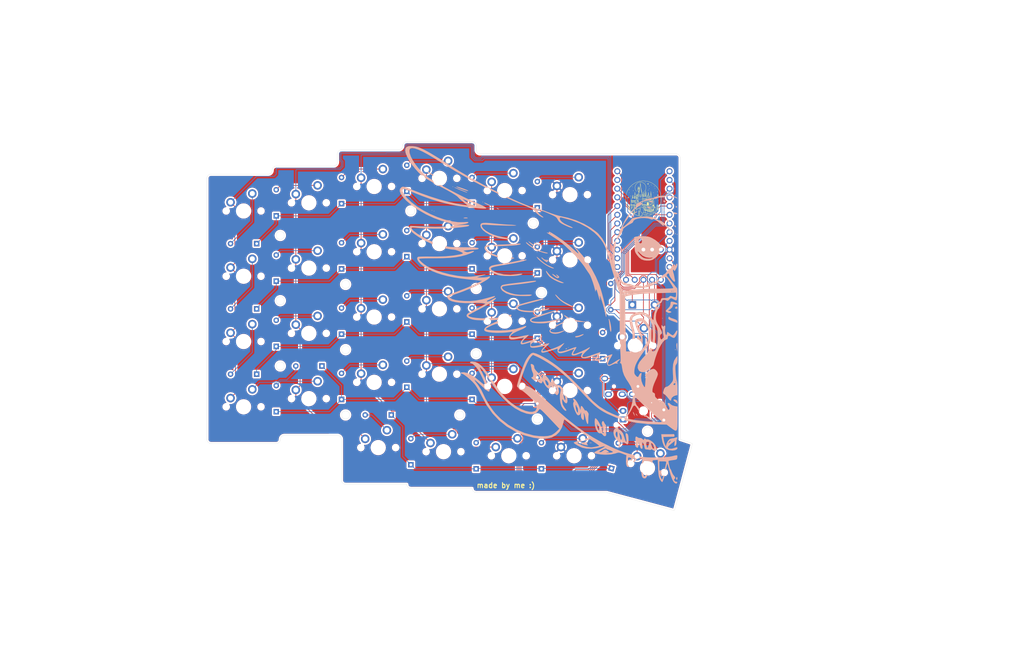
<source format=kicad_pcb>
(kicad_pcb (version 20241229) (generator "pcbnew") (generator_version "9.0")
  (layers (0 "F.Cu" signal) (2 "B.Cu" signal) (13 "F.Paste" user) (15 "B.Paste" user) (5 "F.SilkS" user "F.Silkscreen") (7 "B.SilkS" user "B.Silkscreen") (1 "F.Mask" user) (3 "B.Mask" user) (25 "Edge.Cuts" user))
  (net 0 "")
  (net 1 "+.")
  (net 2 "column 0.")
  (net 3 "column 1.")
  (net 4 "column 2.")
  (net 5 "Net-(D30-A)")
  (net 6 "cs.")
  (net 7 "vcc.")
  (net 8 "rst.")
  (net 9 "row 2.")
  (net 10 "row 4.")
  (net 11 "Net-(D31-A)")
  (net 12 "Net-(D32-A)")
  (net 13 "row 0.")
  (net 14 "row 1.")
  (net 15 "Net-(D33-A)")
  (net 16 "row 3.")
  (net 17 "Net-(D36-A)")
  (net 18 "Net-(D34-A)")
  (net 19 "Net-(D37-A)")
  (net 20 "Net-(D38-A)")
  (net 21 "Net-(D39-A)")
  (net 22 "Net-(D40-A)")
  (net 23 "Net-(D41-A)")
  (net 24 "Net-(D42-A)")
  (net 25 "Net-(D35-A)")
  (net 26 "Net-(D43-A)")
  (net 27 "Net-(D44-A)")
  (net 28 "Net-(D45-A)")
  (net 29 "Net-(D46-A)")
  (net 30 "Net-(D50-A)")
  (net 31 "Net-(D49-A)")
  (net 32 "Net-(D55-A)")
  (net 33 "Net-(D52-A)")
  (net 34 "Net-(D53-A)")
  (net 35 "Net-(D48-A)")
  (net 36 "Net-(D51-A)")
  (net 37 "Net-(D54-A)")
  (net 38 "Net-(D56-A)")
  (net 39 "Net-(D47-A)")
  (net 40 "gnd.")
  (net 41 "-.")
  (net 42 "sck.")
  (net 43 "Net-(D58-A)")
  (net 44 "Net-(D57-A)")
  (net 45 "mosi.")
  (net 46 "column -1.")
  (net 47 "column 5.")
  (net 48 "column 4.")
  (net 49 "column 3.")
  (net 50 "b+.")
  (net 51 "19.")
  (net 52 "Net-(D60-A)")
  (net 53 "20.")
  (footprint "ScottoKeebs_MX:MX_PCB_1.00u" (layer "F.Cu") (at 137.763767 121.095017)
    (property "Reference" "S44" (hide yes))
    (property "Value" "Keyswitch" (hide yes))
  )
  (footprint "ScottoKeebs_MX:MX_PCB_1.00u" (layer "F.Cu") (at 156.813767 86.566892)
    (property "Reference" "S37" (hide yes))
    (property "Value" "Keyswitch" (hide yes))
  )
  (footprint "ScottoKeebs_MX:MX_PCB_1.00u" (layer "F.Cu") (at 158.004392 144.907517)
    (property "Reference" "S40" (hide yes))
    (property "Value" "Keyswitch" (hide yes))
  )
  (footprint "ScottoKeebs_MX:MX_PCB_1.00u" (layer "F.Cu") (at 175.863767 87.757517)
    (property "Reference" "S33" (hide yes))
    (property "Value" "Keyswitch" (hide yes))
  )
  (footprint "ScottoKeebs_MX:MX_PCB_1.00u" (layer "F.Cu") (at 156.813767 105.616892)
    (property "Reference" "S38" (hide yes))
    (property "Value" "Keyswitch" (hide yes))
  )
  (footprint "MountingHole:MountingHole_2.2mm_M2" (layer "F.Cu") (at 197.295017 131.810642)
    (property "Reference" "H12" (hide yes))
    (property "Value" "MountingHole")
  )
  (footprint "logoo:hedwig rightttt" (layer "F.Cu") (at 168.720017 102.045017)
    (property "Reference" "G***" (hide yes))
    (property "Value" "LOGO" (hide yes))
  )
  (footprint "ScottoKeebs_MX:MX_PCB_1.00u" (layer "F.Cu") (at 119.904392 142.526267)
    (property "Reference" "S50" (hide yes))
    (property "Value" "Keyswitch" (hide yes))
  )
  (footprint "ScottoKeebs_Components:TRRS_PJ-320A" (layer "F.Cu") (at 197.295017 124.666892 -90)
    (property "Reference" "U4")
    (property "Value" "TRRS")
  )
  (footprint "ScottoKeebs_MX:MX_PCB_1.00u" (layer "F.Cu") (at 118.713767 85.376267)
    (property "Reference" "S47" (hide yes))
    (property "Value" "Keyswitch" (hide yes))
  )
  (footprint "ScottoKeebs_MX:MX_PCB_1.00u" (layer "F.Cu") (at 137.763767 102.045017)
    (property "Reference" "S43" (hide yes))
    (property "Value" "Keyswitch" (hide yes))
  )
  (footprint "ScottoKeebs_MX:MX_PCB_1.00u" (layer "F.Cu") (at 175.863767 68.707517)
    (property "Reference" "S32" (hide yes))
    (property "Value" "Keyswitch" (hide yes))
  )
  (footprint "ScottoKeebs_Components:Switch_MSK12C02" (layer "F.Cu") (at 203.248142 133.001267 -90)
    (property "Reference" "SW3" (hide yes))
    (property "Value" "Switch")
  )
  (footprint "ScottoKeebs_MX:MX_PCB_1.00u" (layer "F.Cu") (at 80.613767 73.470017)
    (property "Reference" "S55" (hide yes))
    (property "Value" "Keyswitch" (hide yes))
  )
  (footprint "ScottoKeebs_MX:MX_PCB_1.00u" (layer "F.Cu") (at 138.954392 143.716892)
    (property "Reference" "S45" (hide yes))
    (property "Value" "Keyswitch" (hide yes))
  )
  (footprint "ScottoKeebs_MX:MX_PCB_1.00u" (layer "F.Cu") (at 99.663767 90.138767)
    (property "Reference" "S52" (hide yes))
    (property "Value" "Keyswitch" (hide yes))
  )
  (footprint "ScottoKeebs_MX:MX_PCB_1.00u" (layer "F.Cu") (at 118.713767 123.476267)
    (property "Reference" "S49" (hide yes))
    (property "Value" "Keyswitch" (hide yes))
  )
  (footprint "logoo:hogwarts" (layer "F.Cu") (at 197.295017 69.898142)
    (property "Reference" "G***" (hide yes))
    (property "Value" "LOGO" (hide yes))
  )
  (footprint "ScottoKeebs_MX:MX_PCB_1.00u" (layer "F.Cu") (at 99.663767 71.088767)
    (property "Reference" "S51" (hide yes))
    (property "Value" "Keyswitch" (hide yes))
  )
  (footprint "ScottoKeebs_MX:MX_PCB_1.00u" (layer "F.Cu") (at 137.763767 82.995017)
    (property "Reference" "S42" (hide yes))
    (property "Value" "Keyswitch" (hide yes))
  )
  (footprint "Resistor_THT:R_Axial_DIN0207_L6.3mm_D2.5mm_P7.62mm_Horizontal" (layer "F.Cu") (at 187.770017 102.283142 90)
    (property "Reference" "R2" (hide yes))
    (property "Value" "Resistor")
  )
  (footprint "ScottoKeebs_MX:MX_PCB_1.00u" (layer "F.Cu") (at 175.863767 106.807517)
    (property "Reference" "S34" (hide yes))
    (property "Value" "Keyswitch" (hide yes))
  )
  (footprint "ScottoKeebs_MX:MX_PCB_1.00u" (layer "F.Cu") (at 156.813767 124.666892)
    (property "Reference" "S39" (hide yes))
    (property "Value" "Keyswitch" (hide yes))
  )
  (footprint "ScottoKeebs_MX:MX_PCB_1.00u" (layer "F.Cu") (at 80.613767 130.620017)
    (property "Reference" "S58" (hide yes))
    (property "Value" "Keyswitch" (hide yes))
  )
  (footprint "ScottoKeebs_MX:MX_PCB_1.00u" (layer "F.Cu") (at 156.813767 67.516892)
    (property "Reference" "S36" (hide yes))
    (property "Value" "Keyswitch" (hide yes))
  )
  (footprint "ScottoKeebs_MX:MX_PCB_1.00u" (layer "F.Cu") (at 175.863767 125.857517)
    (property "Reference" "S35" (hide yes))
    (property "Value" "Keyswitch" (hide yes))
  )
  (footprint "ScottoKeebs_MX:MX_PCB_1.00u" (layer "F.Cu") (at 177.054392 144.907517)
    (property "Reference" "S60" (hide yes))
    (property "Value" "Keyswitch" (hide yes))
  )
  (footprint "ScottoKeebs_MX:MX_PCB_1.00u" (layer "F.Cu") (at 99.663767 128.238767)
    (property "Reference" "S54" (hide yes))
    (property "Value" "Keyswitch" (hide yes))
  )
  (footprint "ScottoKeebs_MCU:Nice_Nano_V2_Flipped" (layer "F.Cu") (at 197.295017 75.851267)
    (property "Reference" "U1" (hide yes))
    (property "Value" "Nice_Nano_V2" (hide yes))
  )
  (footprint "ScottoKeebs_MX:MX_PCB_1.00u" (layer "F.Cu") (at 137.763767 63.945017)
    (property "Reference" "S41" (hide yes))
    (property "Value" "Keyswitch" (hide yes))
  )
  (footprint "ScottoKeebs_MX:MX_PCB_1.00u" (layer "F.Cu") (at 194.913767 112.760642)
    (property "Reference" "S30" (hide yes))
    (property "Value" "Keyswitch" (hide yes))
  )
  (footprint "ScottoKeebs_MX:MX_PCB_1.00u" (layer "F.Cu") (at 118.713767 104.426267)
    (property "Reference" "S48" (hide yes))
    (property "Value" "Keyswitch" (hide yes))
  )
  (footprint "ScottoKeebs_MX:MX_PCB_1.00u" (layer "F.Cu") (at 80.613767 111.570017)
    (property "Reference" "S57" (hide yes))
    (property "Value" "Keyswitch" (hide yes))
  )
  (footprint "ScottoKeebs_MX:MX_PCB_1.00u" (layer "F.Cu") (at 80.613767 92.520017)
    (property "Reference" "S56" (hide yes))
    (property "Value" "Keyswitch" (hide yes))
  )
  (footprint "nice view:nice_view" (layer "F.Cu") (at 197.295017 77.041892)
    (property "Reference" "Display2")
    (property "Value" "nice!view" (hide yes))
  )
  (footprint "ScottoKeebs_Components:Button_MJTP1243" (layer "F.Cu") (at 194.045017 100.854392)
    (property "Reference" "SW4" (hide yes))
    (property "Value" "Switch")
  )
  (footprint "ScottoKeebs_MX:MX_PCB_1.00u" (layer "F.Cu") (at 198.485642 148.479392 -15)
    (property "Reference" "S31" (hide yes))
    (property "Value" "Keyswitch" (hide yes))
  )
  (footprint "ScottoKeebs_MX:MX_PCB_1.00u" (layer "F.Cu") (at 118.713767 66.326267)
    (property "Reference" "S46" (hide yes))
    (property "Value" "Keyswitch" (hide yes))
  )
  (footprint "ScottoKeebs_MX:MX_PCB_1.00u" (layer "F.Cu") (at 99.663767 109.188767)
    (property "Reference" "S53" (hide yes))
    (property "Value" "Keyswitch" (hide yes))
  )
  (footprint "ScottoKeebs_Components:Diode_DO-35" (layer "B.Cu") (at 166.338767 72.517517 90)
    (property "Reference" "D32" (hide yes))
    (property "Value" "Diode" (hide yes))
  )
  (footprint "ScottoKeebs_Components:Diode_DO-35" (layer "B.Cu") (at 166.338767 91.567517 90)
    (property "Reference" "D33" (hide yes))
    (property "Value" "Diode" (hide yes))
  )
  (footprint "ScottoKeebs_Components:Diode_DO-35" (layer "B.Cu") (at 128.238767 67.755017 90)
    (property "Reference" "D41" (hide yes))
    (property "Value" "Diode" (hide yes))
  )
  (footprint "ScottoKeebs_Components:Diode_DO-35" (layer "B.Cu") (at 148.479392 148.717517 90)
    (property "Reference" "D40" (hide yes))
    (property "Value" "Diode" (hide yes))
  )
  (footprint "ScottoKeebs_Components:Diode_DO-35" (layer "B.Cu") (at 123.714392 133.001267 180)
    (property "Reference" "D50" (hide yes))
    (property "Value" "Diode" (hide yes))
  )
  (footprint "ScottoKeebs_Components:Diode_DO-35" (layer "B.Cu") (at 90.138767 74.898767 90)
    (property "Reference" "D51" (hide yes))
    (property "Value" "Diode" (hide yes))
  )
  (footprint "ScottoKeebs_Components:Diode_DO-35" (layer "B.Cu") (at 185.388767 116.570642 90)
    (property "Reference" "D30" (hide yes))
    (property "Value" "Diode" (hide yes))
  )
  (footprint "ScottoKeebs_Components:Diode_DO-35" (layer "B.Cu") (at 147.288767 90.376892 90)
    (property "Reference" "D37" (hide yes))
    (property "Value" "Diode" (hide yes))
  )
  (footprint "ScottoKeebs_Components:Diode_DO-35" (layer "B.Cu") (at 128.238767 124.905017 90)
    (property "Reference" "D44" (hide yes))
    (property "Value" "Diode" (hide yes))
  )
  (footprint "ScottoKeebs_Components:Diode_DO-35" (layer "B.Cu") (at 103.473767 118.713767 180)
    (property "Reference" "D58" (hide yes))
    (property "Value" "Diode" (hide yes))
  )
  (footprint "ScottoKeebs_Components:Diode_DO-35" (layer "B.Cu") (at 166.338767 110.617517 90)
    (property "Reference" "D34" (hide yes))
    (property "Value" "Diode" (hide yes))
  )
  (footprint "Connector_JST:JST_XH_B2B-XH-AM_1x02_P2.50mm_Vertical" (layer "B.Cu") (at 191.341892 134.310642 90)
    (property "Reference" "J2" (hide yes))
    (property "Value" "Conn_01x02_Socket")
  )
  (footprint "ScottoKeebs_Components:Diode_DO-35" (layer "B.Cu") (at 147.288767 128.476892 90)
    (property "Reference" "D39" (hide yes))
    (property "Value" "Diode" (hide yes))
  )
  (footprint "ScottoKeebs_Components:Diode_DO-35" (layer "B.Cu") (at 90.138767 132.048767 90)
    (property "Reference" "D54" (hide yes))
    (property "Value" "Diode" (hide yes))
  )
  (footprint "ScottoKeebs_Components:Diode_DO-35" (layer "B.Cu") (at 90.138767 112.998767 90)
    (property "Reference" "D53" (hide yes))
    (property "Value" "Diode" (hide yes))
  )
  (footprint "ScottoKeebs_Components:Diode_DO-35" (layer "B.Cu") (at 128.238767 86.805017 90)
    (property "Reference" "D42" (hide yes))
    (property "Value" "Diode" (hide yes))
  )
  (footprint "ScottoKeebs_Components:Diode_DO-35" (layer "B.Cu") (at 84.423767 82.995017 180)
    (property "Reference" "D55" (hide yes))
    (property "Value" "Diode" (hide yes))
  )
  (footprint "ScottoKeebs_Components:Diode_DO-35" (layer "B.Cu") (at 129.429392 147.526892 90)
    (property "Reference" "D45" (hide yes))
    (property "Value" "Diode" (hide yes))
  )
  (footprint "ScottoKeebs_Components:Diode_DO-35" (layer "B.Cu") (at 167.529392 148.717517 90)
    (property "Reference" "D60" (hide yes))
    (property "Value" "Diode" (hide yes))
  )
  (footprint "ScottoKeebs_Components:Diode_DO-35" (layer "B.Cu") (at 84.423767 121.095017 180)
    (property "Reference" "D57" (hide yes))
    (property "Value" "Diode" (hide yes))
  )
  (footprint "ScottoKeebs_Components:Diode_DO-35" (layer "B.Cu") (at 84.423767 102.045017 180)
    (property "Reference" "D56" (hide yes))
    (property "Value" "Diode" (hide yes))
  )
  (footprint "ScottoKeebs_Components:Diode_DO-35" (layer "B.Cu") (at 128.238767 105.855017 90)
    (property "Reference" "D43" (hide yes))
    (property "Value" "Diode" (hide yes))
  )
  (footprint "ScottoKeebs_Components:Diode_DO-35" (layer "B.Cu") (at 109.188767 128.476892 90)
    (property "Reference" "D49" (hide yes))
    (property "Value" "Diode" (hide yes))
  )
  (footprint "ScottoKeebs_Components:Diode_DO-35" (layer "B.Cu") (at 109.188767 109.426892 90)
    (property "Reference" "D48" (hide yes))
    (property "Value" "Diode" (hide yes))
  )
  (footprint "ScottoKeebs_Components:Diode_DO-35" (layer "B.Cu") (at 147.288767 109.426892 90)
    (property "Reference" "D38" (hide yes))
    (property "Value" "Diode" (hide yes))
  )
  (footprint "ScottoKeebs_Components:Diode_DO-35" (layer "B.Cu") (at 166.338767 129.667517 90)
    (property "Reference" "D35" (hide yes))
    (property "Value" "Diode" (hide yes))
  )
  (footprint "ScottoKeebs_Components:Diode_DO-35" (layer "B.Cu") (at 109.188767 71.326892 90)
    (property "Reference" "D46" (hide yes))
    (property "Value" "Diode" (hide yes))
  )
  (footprint "ScottoKeebs_Components:Diode_DO-35" (layer "B.Cu") (at 90.138767 93.948767 90)
    (property "Reference" "D52" (hide yes))
    (property "Value" "Diode" (hide yes))
  )
  (footprint "ScottoKeebs_Components:Diode_DO-35" (layer "B.Cu") (at 187.974542 148.587695 75)
    (property "Reference" "D31" (hide yes))
    (property "Value" "Diode" (hide yes))
  )
  (footprint "ScottoKeebs_Components:Diode_DO-35" (layer "B.Cu") (at 109.188767 90.376892 90)
    (property "Reference" "D47" (hide yes))
    (property "Value" "Diode" (hide yes))
  )
  (footprint "ScottoKeebs_Components:Diode_DO-35" (layer "B.Cu") (at 147.288767 71.326892 90)
    (property "Reference" "D36" (hide yes))
    (property "Value" "Diode" (hide yes))
  )
  (gr_line (start 147.288767 154.432517) (end 129.429392 154.432517) (stroke (width 0.05)) (layer "Edge.Cuts"))
  (gr_arc (start 88.948142 61.563667) (mid 89.296867 60.721781) (end 90.138767 60.373092) (stroke (width 0.05)) (layer "Edge.Cuts"))
  (gr_circle (center 166.338767 134.191892) (end 166.338767 133.001267) (stroke (width 0.05)) (fill no) (layer "Edge.Cuts"))
  (gr_circle (center 167.529392 97.282517) (end 166.338767 97.282517) (stroke (width 0.05)) (fill no) (layer "Edge.Cuts"))
  (gr_line (start 186.579392 155.623142) (end 148.479392 155.623142) (stroke (width 0.05)) (layer "Edge.Cuts"))
  (gr_line (start 107.990452 138.954392) (end 92.520017 138.954392) (stroke (width 0.05)) (layer "Edge.Cuts"))
  (gr_line (start 206.343858 160.886584) (end 186.579392 155.623142) (stroke (width 0.05)) (layer "Edge.Cuts"))
  (gr_circle (center 198.485642 137.763767) (end 198.485642 136.573142) (stroke (width 0.05)) (fill no) (layer "Edge.Cuts"))
  (gr_circle (center 165.148142 77.041892) (end 165.148142 75.851267) (stroke (width 0.05)) (fill no) (layer "Edge.Cuts"))
  (gr_arc (start 149.670017 56.801267) (mid 148.828118 56.452541) (end 148.479392 55.610642) (stroke (width 0.05)) (layer "Edge.Cuts"))
  (gr_arc (start 110.379392 153.241892) (mid 109.537484 152.893168) (end 109.188767 152.051267) (stroke (width 0.05)) (layer "Edge.Cuts"))
  (gr_arc (start 71.088767 141.335642) (mid 70.246893 140.986906) (end 69.898142 140.145017) (stroke (width 0.05)) (layer "Edge.Cuts"))
  (gr_arc (start 127.048142 54.420017) (mid 127.396875 53.578125) (end 128.238767 53.229392) (stroke (width 0.05)) (layer "Edge.Cuts"))
  (gr_arc (start 107.998142 138.954392) (mid 108.840018 139.303134) (end 109.188767 140.145017) (stroke (width 0.05)) (layer "Edge.Cuts"))
  (gr_line (start 208.010642 57.991892) (end 208.010642 140.145017) (stroke (width 0.05)) (layer "Edge.Cuts"))
  (gr_arc (start 147.288767 53.229392) (mid 148.130666 53.578118) (end 148.479392 54.420017) (stroke (width 0.05)) (layer "Edge.Cuts"))
  (gr_line (start 71.088767 62.754392) (end 87.757517 62.754392) (stroke (width 0.05)) (layer "Edge.Cuts"))
  (gr_line (start 149.670017 56.801241) (end 166.338767 56.801267) (stroke (width 0.05)) (layer "Edge.Cuts"))
  (gr_circle (center 110.379392 94.901267) (end 109.188767 94.901267) (stroke (width 0.05)) (fill no) (layer "Edge.Cuts"))
  (gr_line (start 69.898142 63.945017) (end 69.898142 65.135642) (stroke (width 0.05)) (layer "Edge.Cuts"))
  (gr_line (start 109.188767 55.610642) (end 125.857517 55.610642) (stroke (width 0.05)) (layer "Edge.Cuts"))
  (gr_arc (start 129.429392 154.432517) (mid 128.587493 154.083791) (end 128.238767 153.241892) (stroke (width 0.05)) (layer "Edge.Cuts"))
  (gr_line (start 206.343858 160.886584) (end 211.582517 141.335642) (stroke (width 0.05)) (layer "Edge.Cuts"))
  (gr_circle (center 129.429392 73.470017) (end 129.429392 72.279392) (stroke (width 0.05)) (fill no) (layer "Edge.Cuts"))
  (gr_arc (start 148.479392 155.623142) (mid 147.637493 155.274416) (end 147.288767 154.432517) (stroke (width 0.05)) (layer "Edge.Cuts"))
  (gr_line (start 166.338767 56.801267) (end 206.820017 56.801267) (stroke (width 0.05)) (layer "Edge.Cuts"))
  (gr_circle (center 143.716892 133.001267) (end 143.716892 131.810642) (stroke (width 0.05)) (fill no) (layer "Edge.Cuts"))
  (gr_arc (start 127.048142 54.420017) (mid 126.699426 55.261941) (end 125.857517 55.610642) (stroke (width 0.05)) (layer "Edge.Cuts"))
  (gr_line (start 90.138767 60.373092) (end 106.807517 60.373092) (stroke (width 0.05)) (layer "Edge.Cuts"))
  (gr_arc (start 107.998142 56.801267) (mid 108.346858 55.959343) (end 109.188767 55.610642) (stroke (width 0.05)) (layer "Edge.Cuts"))
  (gr_circle (center 91.329392 118.713767) (end 91.329392 117.523142) (stroke (width 0.05)) (fill no) (layer "Edge.Cuts"))
  (gr_arc (start 69.898142 63.945017) (mid 70.246875 63.103125) (end 71.088767 62.754392) (stroke (width 0.05)) (layer "Edge.Cuts"))
  (gr_circle (center 148.479392 115.141892) (end 147.288767 115.141892) (stroke (width 0.05)) (fill no) (layer "Edge.Cuts"))
  (gr_circle (center 91.329392 99.663767) (end 91.329392 98.473142) (stroke (width 0.05)) (fill no) (layer "Edge.Cuts"))
  (gr_circle (center 91.329392 80.613767) (end 91.329392 79.423142) (stroke (width 0.05)) (fill no) (layer "Edge.Cuts"))
  (gr_arc (start 88.948142 61.563767) (mid 88.599409 62.405659) (end 87.757517 62.754392) (stroke (width 0.05)) (layer "Edge.Cuts"))
  (gr_arc (start 91.329392 140.145017) (mid 91.678128 139.303143) (end 92.520017 138.954392) (stroke (width 0.05)) (layer "Edge.Cuts"))
  (gr_line (start 109.188767 152.051267) (end 109.188767 140.145017) (stroke (width 0.05)) (layer "Edge.Cuts"))
  (gr_line (start 128.238767 53.229392) (end 147.288767 53.229442) (stroke (width 0.05)) (layer "Edge.Cuts"))
  (gr_line (start 211.582517 141.335642) (end 208.010642 140.145017) (stroke (width 0.05)) (layer "Edge.Cuts"))
  (gr_arc (start 206.820017 56.801267) (mid 207.661916 57.149993) (end 208.010642 57.991892) (stroke (width 0.05)) (layer "Edge.Cuts"))
  (gr_line (start 128.238768 153.241892) (end 110.379392 153.241892) (stroke (width 0.05)) (layer "Edge.Cuts"))
  (gr_circle (center 110.379392 113.951267) (end 109.188767 113.951267) (stroke (width 0.05)) (fill no) (layer "Edge.Cuts"))
  (gr_circle (center 110.379392 133.001267) (end 110.379392 131.810642) (stroke (width 0.05)) (fill no) (layer "Edge.Cuts"))
  (gr_circle (center 148.479392 96.091892) (end 147.288767 96.091892) (stroke (width 0.05)) (fill no) (layer "Edge.Cuts"))
  (gr_arc (start 91.329392 140.145017) (mid 90.980673 140.986923) (end 90.138767 141.335642) (stroke (width 0.05)) (layer "Edge.Cuts"))
  (gr_line (start 69.898142 140.145017) (end 69.898142 65.135642) (stroke (width 0.05)) (layer "Edge.Cuts"))
  (gr_line (start 148.479392 54.420017) (end 148.479392 55.610642) (stroke (width 0.05)) (layer "Edge.Cuts"))
  (gr_line (start 90.138767 141.335642) (end 71.088767 141.335642) (stroke (width 0.05)) (layer "Edge.Cuts"))
  (gr_line (start 107.998092 59.182467) (end 107.998142 56.801267) (stroke (width 0.05)) (layer "Edge.Cuts"))
  (gr_arc (start 107.998092 59.182517) (mid 107.649391 60.024406) (end 106.807517 60.373092) (stroke (width 0.05)) (layer "Edge.Cuts"))
  (gr_text "made by me :)" (at 148.479392 154.432517 0) (layer "F.SilkS") (effects (font (size 1.5 1.5) (thickness 0.3) (bold yes)) (justify left bottom)))
  (segment (start 200.077267 129.830392) (end 200.077267 131.080392) (width 0.2) (layer "F.Cu") (net 1))
  (segment (start 199.676267 129.429392) (end 200.077267 129.830392) (width 0.2) (layer "F.Cu") (net 1))
  (segment (start 200.077267 131.080392) (end 201.248142 132.251267) (width 0.2) (layer "F.Cu") (net 1))
  (via (at 199.676267 129.429392) (size 0.6) (drill 0.3) (layers "F.Cu" "B.Cu") (net 1))
  (segment (start 191.341892 134.310642) (end 192.642892 133.009642) (width 0.2) (layer "B.Cu") (net 1))
  (segment (start 198.485642 128.238767) (end 199.676267 129.429392) (width 0.2) (layer "B.Cu") (net 1))
  (segment (start 192.642892 129.675518) (end 193.277643 129.040767) (width 0.2) (layer "B.Cu") (net 1))
  (segment (start 196.104392 129.040767) (end 196.906392 128.238767) (width 0.2) (layer "B.Cu") (net 1))
  (segment (start 196.906392 128.238767) (end 198.485642 128.238767) (width 0.2) (layer "B.Cu") (net 1))
  (segment (start 192.642892 133.009642) (end 192.642892 129.675518) (width 0.2) (layer "B.Cu") (net 1))
  (segment (start 193.277643 129.040767) (end 196.104392 129.040767) (width 0.2) (layer "B.Cu") (net 1))
  (segment (start 172.053767 141.176892) (end 173.244392 142.367517) (width 0.2) (layer "F.Cu") (net 2))
  (segment (start 172.053767 123.317517) (end 172.053767 66.167517) (width 0.2) (layer "F.Cu") (net 2))
  (segment (start 172.053767 123.317517) (end 172.053767 141.176892) (width 0.2) (layer "F.Cu") (net 2))
  (segment (start 203.248142 133.001267) (end 203.571142 132.678267) (width 0.2) (layer "B.Cu") (net 2))
  (segment (start 175.863767 141.335642) (end 175.906642 141.378517) (width 0.2) (layer "B.Cu") (net 2))
  (segment (start 173.244392 142.367517) (end 174.276267 141.335642) (width 0.2) (layer "B.Cu") (net 2))
  (segment (start 175.906642 141.378517) (end 181.774017 141.378517) (width 0.2) (layer "B.Cu") (net 2))
  (segment (start 187.770017 137.763767) (end 192.476092 137.763767) (width 0.2) (layer "B.Cu") (net 2))
  (segment (start 203.571142 132.678267) (end 203.735672 132.678267) (width 0.2) (layer "B.Cu") (net 2))
  (segment (start 174.276267 141.335642) (end 175.863767 141.335642) (width 0.2) (layer "B.Cu") (net 2))
  (segment (start 203.737717 129.918967) (end 203.737717 85.918567) (width 0.2) (layer "B.Cu") (net 2))
  (segment (start 184.198142 141.335642) (end 187.770017 137.763767) (width 0.2) (layer "B.Cu") (net 2))
  (segment (start 203.735672 132.678267) (end 204.425142 131.988797) (width 0.2) (layer "B.Cu") (net 2))
  (segment (start 181.816892 141.335642) (end 184.198142 141.335642) (width 0.2) (layer "B.Cu") (net 2))
  (segment (start 202.908167 133.001267) (end 203.248142 133.001267) (width 0.2) (layer "B.Cu") (net 2))
  (segment (start 192.476092 137.763767) (end 195.245967 134.993892) (width 0.2) (layer "B.Cu") (net 2))
  (segment (start 200.915542 134.993892) (end 202.908167 133.001267) (width 0.2) (layer "B.Cu") (net 2))
  (segment (start 204.425142 131.824267) (end 204.425142 130.606392) (width 0.2) (layer "B.Cu") (net 2))
  (segment (start 181.774017 141.378517) (end 181.816892 141.335642) (width 0.2) (layer "B.Cu") (net 2))
  (segment (start 203.737717 85.918567) (end 204.915017 84.741267) (width 0.2) (layer "B.Cu") (net 2))
  (segment (start 204.425142 131.988797) (end 204.425142 131.824267) (width 0.2) (layer "B.Cu") (net 2))
  (segment (start 204.425142 130.606392) (end 203.737717 129.918967) (width 0.2) (layer "B.Cu") (net 2))
  (segment (start 195.245967 134.993892) (end 200.915542 134.993892) (width 0.2) (layer "B.Cu") (net 2))
  (segment (start 153.003767 64.976892) (end 153.003767 122.126892) (width 0.2) (layer "F.Cu") (net 3))
  (segment (start 203.248142 96.089971) (end 203.248142 130.725267) (width 0.2) (layer "B.Cu") (net 3))
  (segment (start 203.737717 83.378567) (end 203.737717 85.228921) (width 0.2) (layer "B.Cu") (net 3))
  (segment (start 192.309992 137.362767) (end 176.236017 137.362767) (width 0.2) (layer "B.Cu") (net 3))
  (segment (start 204.024142 131.822697) (end 203.569572 132.277267) (width 0.2) (layer "B.Cu") (net 3))
  (segment (start 200.749442 134.592892) (end 195.079867 134.592892) (width 0.2) (layer "B.Cu") (net 3))
  (segment (start 157.060826 128.238767) (end 153.003767 124.181708) (width 0.2) (layer "B.Cu") (net 3))
  (segment (start 195.079867 134.592892) (end 192.309992 137.362767) (width 0.2) (layer "B.Cu") (net 3))
  (segment (start 176.236017 137.362767) (end 167.112017 128.238767) (width 0.2) (layer "B.Cu") (net 3))
  (segment (start 203.065067 132.277267) (end 202.743637 132.598697) (width 0.2) (layer "B.Cu") (net 3))
  (segment (start 203.248142 130.725267) (end 203.569572 130.725267) (width 0.2) (layer "B.Cu") (net 3))
  (segment (start 201.197717 94.039546) (end 203.248142 96.089971) (width 0.2) (layer "B.Cu") (net 3))
  (segment (start 204.024142 131.179837) (end 204.024142 131.822697) (width 0.2) (layer "B.Cu") (net 3))
  (segment (start 153.003767 124.181708) (end 153.003767 122.126892) (width 0.2) (layer "B.Cu") (net 3))
  (segment (start 202.743637 132.598697) (end 200.749442 134.592892) (width 0.2) (layer "B.Cu") (net 3))
  (segment (start 201.197717 87.768921) (end 201.197717 94.039546) (width 0.2) (layer "B.Cu") (net 3))
  (segment (start 204.915017 82.201267) (end 203.737717 83.378567) (width 0.2) (layer "B.Cu") (net 3))
  (segment (start 203.569572 132.277267) (end 203.065067 132.277267) (width 0.2) (layer "B.Cu") (net 3))
  (segment (start 167.112017 128.238767) (end 157.060826 128.238767) (width 0.2) (layer "B.Cu") (net 3))
  (segment (start 203.569572 130.725267) (end 204.024142 131.179837) (width 0.2) (layer "B.Cu") (net 3))
  (segment (start 203.737717 85.228921) (end 201.197717 87.768921) (width 0.2) (layer "B.Cu") (net 3))
  (segment (start 141.848392 137.085892) (end 142.136838 137.085892) (width 0.2) (layer "F.Cu") (net 4))
  (segment (start 143.045392 137.994446) (end 143.045392 138.282892) (width 0.2) (layer "F.Cu") (net 4))
  (segment (start 133.953767 61.405017) (end 133.953767 118.555017) (width 0.2) (layer "F.Cu") (net 4))
  (segment (start 142.136838 137.085892) (end 143.045392 137.994446) (width 0.2) (layer "F.Cu") (net 4))
  (segment (start 133.953767 129.191267) (end 141.848392 137.085892) (width 0.2) (layer "F.Cu") (net 4))
  (segment (start 143.045392 138.282892) (end 147.130017 142.367517) (width 0.2) (layer "F.Cu") (net 4))
  (segment (start 133.953767 118.555017) (end 133.953767 129.191267) (width 0.2) (layer "F.Cu") (net 4))
  (segment (start 147.130017 142.367517) (end 154.194392 142.367517) (width 0.2) (layer "F.Cu") (net 4))
  (segment (start 198.485642 92.520017) (end 198.485642 93.867471) (width 0.2) (layer "B.Cu") (net 4))
  (segment (start 202.847142 130.804837) (end 202.472142 131.179837) (width 0.2) (layer "B.Cu") (net 4))
  (segment (start 200.796717 91.329392) (end 199.676267 91.329392) (width 0.2) (layer "B.Cu") (net 4))
  (segment (start 202.472142 132.092302) (end 202.472142 132.303092) (width 0.2) (layer "B.Cu") (net 4))
  (segment (start 159.996213 118.035892) (end 134.472892 118.035892) (width 0.2) (layer "B.Cu") (net 4))
  (segment (start 161.576267 122.135917) (end 161.576267 119.615946) (width 0.2) (layer "B.Cu") (net 4))
  (segment (start 204.915017 79.661267) (end 201.197717 83.378567) (width 0.2) (layer "B.Cu") (net 4))
  (segment (start 192.143892 136.961767) (end 176.402117 136.961767) (width 0.2) (layer "B.Cu") (net 4))
  (segment (start 201.197717 83.378567) (end 201.197717 85.228921) (width 0.2) (layer "B.Cu") (net 4))
  (segment (start 176.402117 136.961767) (end 161.576267 122.135917) (width 0.2) (layer "B.Cu") (net 4))
  (segment (start 199.519438 94.901267) (end 201.492339 94.901267) (width 0.2) (layer "B.Cu") (net 4))
  (segment (start 202.847142 96.25607) (end 202.847142 130.804837) (width 0.2) (layer "B.Cu") (net 4))
  (segment (start 198.485642 93.867471) (end 199.519438 94.901267) (width 0.2) (layer "B.Cu") (net 4))
  (segment (start 134.472892 118.035892) (end 133.953767 118.555017) (width 0.2) (layer "B.Cu") (net 4))
  (segment (start 202.472142 132.303092) (end 200.583342 134.191892) (width 0.2) (layer "B.Cu") (net 4))
  (segment (start 199.676267 91.329392) (end 198.485642 92.520017) (width 0.2) (layer "B.Cu") (net 4))
  (segment (start 202.472142 131.179837) (end 202.472142 132.092302) (width 0.2) (layer "B.Cu") (net 4))
  (segment (start 194.913767 134.191892) (end 192.143892 136.961767) (width 0.2) (layer "B.Cu") (net 4))
  (segment (start 200.796717 85.629921) (end 200.796717 91.329392) (width 0.2) (layer "B.Cu") (net 4))
  (segment (start 161.576267 119.615946) (end 159.996213 118.035892) (width 0.2) (layer "B.Cu") (net 4))
  (segment (start 201.197717 85.228921) (end 200.796717 85.629921) (width 0.2) (layer "B.Cu") (net 4))
  (segment (start 201.492339 94.901267) (end 202.847142 96.25607) (width 0.2) (layer "B.Cu") (net 4))
  (segment (start 200.583342 134.191892) (end 194.913767 134.191892) (width 0.2) (layer "B.Cu") (net 4))
  (segment (start 185.388767 108.950642) (end 188.722517 105.616892) (width 0.2) (layer "F.Cu") (net 5))
  (segment (start 188.722517 105.616892) (end 193.723142 105.616892) (width 0.2) (layer "F.Cu") (net 5))
  (via (at 193.723142 105.616892) (size 0.6) (drill 0.3) (layers "F.Cu" "B.Cu") (net 5))
  (segment (start 193.723142 105.616892) (end 195.390017 105.616892) (width 0.2) (layer "B.Cu") (net 5))
  (segment (start 195.390017 105.616892) (end 197.453767 107.680642) (width 0.2) (layer "B.Cu") (net 5))
  (segment (start 193.017017 91.973592) (end 200.796717 91.973592) (width 0.2) (layer "F.Cu") (net 6))
  (segment (start 196.116767 79.410767) (end 196.116767 81.679167) (width 0.2) (layer "F.Cu") (net 6))
  (segment (start 193.017017 84.778917) (end 193.017017 91.973592) (width 0.2) (layer "F.Cu") (net 6))
  (segment (start 200.866892 75.181267) (end 200.196892 75.851267) (width 0.2) (layer "F.Cu") (net 6))
  (segment (start 200.796717 91.973592) (end 202.375017 93.551892) (width 0.2) (layer "F.Cu") (net 6))
  (segment (start 199.676267 75.851267) (end 196.116767 79.410767) (width 0.2) (layer "F.Cu") (net 6))
  (segment (start 200.196892 75.851267) (end 199.676267 75.851267) (width 0.2) (layer "F.Cu") (net 6))
  (segment (start 196.116767 81.679167) (end 193.017017 84.778917) (width 0.2) (layer "F.Cu") (net 6))
  (via (at 200.866892 75.181267) (size 0.6) (drill 0.3) (layers "F.Cu" "B.Cu") (net 6))
  (segment (start 200.866892 75.181267) (end 202.289082 73.759077) (width 0.2) (layer "B.Cu") (net 6))
  (segment (start 202.289082 73.759077) (end 202.289082 64.507202) (width 0.2) (layer "B.Cu") (net 6))
  (segment (start 202.289082 64.507202) (end 204.915017 61.881267) (width 0.2) (layer "B.Cu") (net 6))
  (segment (start 189.675017 69.501267) (end 194.512767 74.339017) (width 0.2) (layer "F.Cu") (net 7))
  (segment (start 194.755017 96.091892) (end 197.295017 93.551892) (width 0.2) (layer "F.Cu") (net 7))
  (segment (start 191.341892 84.185642) (end 191.341892 90.935111) (width 0.2) (layer "F.Cu") (net 7))
  (segment (start 190.151267 95.059537) (end 191.183622 96.091892) (width 0.2) (layer "F.Cu") (net 7))
  (segment (start 197.295017 103.235641) (end 197.295017 93.551892) (width 0.2) (layer "F.Cu") (net 7))
  (segment (start 191.341892 90.935111) (end 190.151267 92.125736) (width 0.2) (layer "F.Cu") (net 7))
  (segment (start 191.183622 96.091892) (end 194.755017 96.091892) (width 0.2) (layer "F.Cu") (net 7))
  (segment (start 194.512767 74.339017) (end 194.512767 81.014767) (width 0.2) (layer "F.Cu") (net 7))
  (segment (start 194.512767 81.014767) (end 191.341892 84.185642) (width 0.2) (layer "F.Cu") (net 7))
  (segment (start 197.89033 103.830954) (end 197.295017 103.235641) (width 0.2) (layer "F.Cu") (net 7))
  (segment (start 190.151267 92.125736) (end 190.151267 95.059537) (width 0.2) (layer "F.Cu") (net 7))
  (via (at 197.89033 103.830954) (size 0.6) (drill 0.3) (layers "F.Cu" "B.Cu") (net 7))
  (segment (start 198.886642 124.832992) (end 196.351742 127.367892) (width 0.2) (layer "B.Cu") (net 7))
  (segment (start 196.351742 127.367892) (end 195.784642 127.367892) (width 0.2) (layer "B.Cu") (net 7))
  (segment (start 194.913767 128.238767) (end 193.609843 128.238767) (width 0.2) (layer "B.Cu") (net 7))
  (segment (start 201.219767 109.253196) (end 201.219767 113.268468) (width 0.2) (layer "B.Cu") (net 7))
  (segment (start 195.784642 127.367892) (end 194.913767 128.238767) (width 0.2) (layer "B.Cu") (net 7))
  (segment (start 188.204392 125.857517) (end 187.095017 126.966892) (width 0.2) (layer "B.Cu") (net 7))
  (segment (start 192.532517 126.647343) (end 191.742691 125.857517) (width 0.2) (layer "B.Cu") (net 7))
  (segment (start 192.532517 127.161441) (end 192.532517 126.647343) (width 0.2) (layer "B.Cu") (net 7))
  (segment (start 201.219767 113.268468) (end 198.886642 115.601593) (width 0.2) (layer "B.Cu") (net 7))
  (segment (start 198.886642 115.601593) (end 198.886642 124.832992) (width 0.2) (layer "B.Cu") (net 7))
  (segment (start 199.275267 107.308696) (end 201.219767 109.253196) (width 0.2) (layer "B.Cu") (net 7))
  (segment (start 199.275267 105.215892) (end 199.275267 107.308696) (width 0.2) (layer "B.Cu") (net 7))
  (segment (start 197.89033 103.830954) (end 199.275267 105.215892) (width 0.2) (layer "B.Cu") (net 7))
  (segment (start 193.609843 128.238767) (end 192.532517 127.161441) (width 0.2) (layer "B.Cu") (net 7))
  (segment (start 191.742691 125.857517) (end 188.204392 125.857517) (width 0.2) (layer "B.Cu") (net 7))
  (segment (start 189.750267 91.959636) (end 189.750267 95.225637) (width 0.2) (layer "F.Cu") (net 8))
  (segment (start 189.750267 95.225637) (end 191.017522 96.492892) (width 0.2) (layer "F.Cu") (net 8))
  (segment (start 191.017522 96.492892) (end 193.723142 96.492892) (width 0.2) (layer "F.Cu") (net 8))
  (segment (start 190.861202 84.099232) (end 190.861202 90.848701) (width 0.2) (layer "F.Cu") (net 8))
  (segment (start 190.861202 90.848701) (end 189.750267 91.959636) (width 0.2) (layer "F.Cu") (net 8))
  (segment (start 193.723142 74.660642) (end 194.111767 75.049267) (width 0.2) (layer "F.Cu") (net 8))
  (segment (start 194.045017 96.814767) (end 194.045017 100.854392) (width 0.2) (layer "F.Cu") (net 8))
  (segment (start 193.723142 96.492892) (end 194.045017 96.814767) (width 0.2) (layer "F.Cu") (net 8))
  (segment (start 194.111767 80.848667) (end 190.861202 84.099232) (width 0.2) (layer "F.Cu") (net 8))
  (segment (start 194.111767 75.049267) (end 194.111767 80.848667) (width 0.2) (layer "F.Cu") (net 8))
  (via (at 193.723142 74.660642) (size 0.6) (drill 0.3) (layers "F.Cu" "B.Cu") (net 8))
  (segment (start 193.723142 74.660642) (end 192.722142 73.659642) (width 0.2) (layer "B.Cu") (net 8))
  (segment (start 192.722142 70.008392) (end 189.675017 66.961267) (width 0.2) (layer "B.Cu") (net 8))
  (segment (start 192.722142 73.659642) (end 192.722142 70.008392) (width 0.2) (layer "B.Cu") (net 8))
  (segment (start 162.932992 151.650267) (end 175.946443 151.650267) (width 0.2) (layer "F.Cu") (net 9))
  (segment (start 177.859009 149.737701) (end 181.570733 149.737701) (width 0.2) (layer "F.Cu") (net 9))
  (segment (start 166.338767 123.148517) (end 166.338767 128.566517) (width 0.2) (layer "F.Cu") (net 9))
  (segment (start 186.178392 92.680617) (end 187.695717 91.163292) (width 0.2) (layer "F.Cu") (net 9))
  (segment (start 184.185767 124.015991) (end 183.396142 123.226366) (width 0.2) (layer "F.Cu") (net 9))
  (segment (start 181.570733 149.737701) (end 185.777392 145.531042) (width 0.2) (layer "F.Cu") (net 9))
  (segment (start 162.618392 130.768517) (end 161.977267 131.409642) (width 0.2) (layer "F.Cu") (net 9))
  (segment (start 167.439767 130.768517) (end 162.618392 130.768517) (width 0.2) (layer "F.Cu") (net 9))
  (segment (start 162.496392 139.018971) (end 162.496392 140.816517) (width 0.2) (layer "F.Cu") (net 9))
  (segment (start 160.786642 149.503917) (end 162.932992 151.650267) (width 0.2) (layer "F.Cu") (net 9))
  (segment (start 183.396142 102.903442) (end 186.178392 100.121192) (width 0.2) (layer "F.Cu") (net 9))
  (segment (start 166.794817 120.946517) (end 167.439767 121.591467) (width 0.2) (layer "F.Cu") (net 9))
  (segment (start 166.794817 123.148517) (end 166.338767 123.148517) (width 0.2) (layer "F.Cu") (net 9))
  (segment (start 185.777392 145.531042) (end 185.777392 132.709942) (width 0.2) (layer "F.Cu") (net 9))
  (segment (start 161.977267 131.409642) (end 161.977267 138.499846) (width 0.2) (layer "F.Cu") (net 9))
  (segment (start 175.946443 151.650267) (end 177.859009 149.737701) (width 0.2) (layer "F.Cu") (net 9))
  (segment (start 183.396142 123.226366) (end 183.396142 102.903442) (width 0.2) (layer "F.Cu") (net 9))
  (segment (start 187.695717 79.100567) (end 189.675017 77.121267) (width 0.2) (layer "F.Cu") (net 9))
  (segment (start 166.338767 120.946517) (end 166.794817 120.946517) (width 0.2) (layer "F.Cu") (net 9))
  (segment (start 186.178392 100.121192) (end 186.178392 92.680617) (width 0.2) (layer "F.Cu") (net 9))
  (segment (start 166.338767 128.566517) (end 167.439767 128.566517) (width 0.2) (layer "F.Cu") (net 9))
  (segment (start 167.439767 128.566517) (end 167.439767 130.768517) (width 0.2) (layer "F.Cu") (net 9))
  (segment (start 187.695717 91.163292) (end 187.695717 79.100567) (width 0.2) (layer "F.Cu") (net 9))
  (segment (start 166.338767 110.617517) (end 166.338767 120.946517) (width 0.2) (layer "F.Cu") (net 9))
  (segment (start 167.439767 121.591467) (end 167.439767 122.503567) (width 0.2) (layer "F.Cu") (net 9))
  (segment (start 162.496392 140.816517) (end 160.786642 142.526267) (width 0.2) (layer "F.Cu") (net 9))
  (segment (start 184.185767 131.118317) (end 184.185767 124.015991) (width 0.2) (layer "F.Cu") (net 9))
  (segment (start 161.977267 138.499846) (end 162.496392 139.018971) (width 0.2) (layer "F.Cu") (net 9))
  (segment (start 160.786642 142.526267) (end 160.786642 149.503917) (width 0.2) (layer "F.Cu") (net 9))
  (segment (start 167.439767 122.503567) (end 166.794817 123.148517) (width 0.2) (layer "F.Cu") (net 9))
  (segment (start 185.777392 132.709942) (end 184.185767 131.118317) (width 0.2) (layer "F.Cu") (net 9))
  (segment (start 124.666892 109.426892) (end 109.188767 109.426892) (width 0.2) (layer "B.Cu") (net 9))
  (segment (start 147.288767 109.426892) (end 131.810642 109.426892) (width 0.2) (layer "B.Cu") (net 9))
  (segment (start 90.138767 112.998767) (end 90.138767 113.951267) (width 0.2) (layer "B.Cu") (net 9))
  (segment (start 84.423767 119.666267) (end 84.423767 121.095017) (width 0.2) (layer "B.Cu") (net 9))
  (segment (start 185.388767 116.570642) (end 172.291892 116.570642) (width 0.2) (layer "B.Cu") (net 9))
  (segment (start 109.188767 109.426892) (end 105.616892 112.998767) (width 0.2) (layer "B.Cu") (net 9))
  (segment (start 128.238767 105.855017) (end 124.666892 109.426892) (width 0.2) (layer "B.Cu") (net 9))
  (segment (start 166.338767 110.617517) (end 148.479392 110.617517) (width 0.2) (layer "B.Cu") (net 9))
  (segment (start 131.810642 109.426892) (end 128.238767 105.855017) (width 0.2) (layer "B.Cu") (net 9))
  (segment (start 148.479392 110.617517) (end 147.288767 109.426892) (width 0.2) (layer "B.Cu") (net 9))
  (segment (start 172.291892 116.570642) (end 166.338767 110.617517) (width 0.2) (layer "B.Cu") (net 9))
  (segment (start 90.138767 113.951267) (end 84.423767 119.666267) (width 0.2) (layer "B.Cu") (net 9))
  (segment (start 105.616892 112.998767) (end 90.138767 112.998767) (width 0.2) (layer "B.Cu") (net 9))
  (segment (start 184.198142 103.235642) (end 186.579392 100.854392) (width 0.2) (layer "F.Cu") (net 10))
  (segment (start 187.770017 100.854392) (end 188.960642 99.663767) (width 0.2) (layer "F.Cu") (net 10))
  (segment (start 187.974542 148.587695) (end 186.579392 147.192545) (width 0.2) (layer "F.Cu") (net 10))
  (segment (start 188.960642 92.520017) (end 188.497717 92.057092) (width 0.2) (layer "F.Cu") (net 10))
  (segment (start 184.987767 123.683791) (end 184.293017 122.989041) (width 0.2) (layer "F.Cu") (net 10))
  (segment (start 188.497717 92.057092) (end 188.497717 83.378567) (width 0.2) (layer "F.Cu") (net 10))
  (segment (start 184.198142 120.260368) (end 184.198142 103.235642) (width 0.2) (layer "F.Cu") (net 10))
  (segment (start 184.293017 122.989041) (end 184.293017 120.355243) (width 0.2) (layer "F.Cu") (net 10))
  (segment (start 184.293017 120.355243) (end 184.198142 120.260368) (width 0.2) (layer "F.Cu") (net 10))
  (segment (start 186.579392 100.854392) (end 187.770017 100.854392) (width 0.2) (layer "F.Cu") (net 10))
  (segment (start 188.497717 83.378567) (end 189.675017 82.201267) (width 0.2) (layer "F.Cu") (net 10))
  (segment (start 184.987767 130.786117) (end 184.987767 123.683791) (width 0.2) (layer "F.Cu") (net 10))
  (segment (start 186.579392 147.192545) (end 186.579392 132.377742) (width 0.2) (layer "F.Cu") (net 10))
  (segment (start 188.960642 99.663767) (end 188.960642 92.520017) (width 0.2) (layer "F.Cu") (net 10))
  (segment (start 186.579392 132.377742) (end 184.987767 130.786117) (width 0.2) (layer "F.Cu") (net 10))
  (segment (start 129.429392 147.526892) (end 127.048142 145.145642) (width 0.2) (layer "B.Cu") (net 10))
  (segment (start 187.974542 148.587695) (end 148.609214 148.587695) (width 0.2) (layer "B.Cu") (net 10))
  (segment (start 130.620017 148.717517) (end 129.429392 147.526892) (width 0.2) (layer "B.Cu") (net 10))
  (segment (start 127.048142 136.335017) (end 123.714392 133.001267) (width 0.2) (layer "B.Cu") (net 10))
  (segment (start 127.048142 145.145642) (end 127.048142 136.335017) (width 0.2) (layer "B.Cu") (net 10))
  (segment (start 148.479392 148.717517) (end 130.620017 148.717517) (width 0.2) (layer "B.Cu") (net 10))
  (segment (start 148.609214 148.587695) (end 148.479392 148.717517) (width 0.2) (layer "B.Cu") (net 10))
  (segment (start 199.251345 141.22734) (end 202.253894 144.229889) (width 0.2) (layer "B.Cu") (net 11))
  (segment (start 189.946743 141.22734) (end 199.251345 141.22734) (width 0.2) (layer "B.Cu") (net 11))
  (segment (start 166.338767 64.897517) (end 167.608767 63.627517) (width 0.2) (layer "B.Cu") (net 12))
  (segment (start 167.608767 63.627517) (end 178.403767 63.627517) (width 0.2) (layer "B.Cu") (net 12))
  (segment (start 163.298392 141.148717) (end 161.588642 142.858467) (width 0.2) (layer "F.Cu") (net 13))
  (segment (start 163.265192 150.848267) (end 175.614243 150.848267) (width 0.2) (layer "F.Cu") (net 13))
  (segment (start 167.140767 127.764517) (end 167.771967 127.764517) (width 0.2) (layer "F.Cu") (net 13))
  (segment (start 166.338767 72.517517) (end 168.720017 74.898767) (width 0.2) (layer "F.Cu") (net 13))
  (segment (start 168.720017 94.901267) (end 171.101267 97.282517) (width 0.2) (layer "F.Cu") (net 13))
  (segment (start 163.298392 138.686771) (end 163.298392 141.148717) (width 0.2) (layer "F.Cu") (net 13))
  (segment (start 161.588642 149.171717) (end 163.265192 150.848267) (width 0.2) (layer "F.Cu") (net 13))
  (segment (start 167.930392 111.794992) (end 167.605867 112.119517) (width 0.2) (layer "F.Cu") (net 13))
  (segment (start 168.241767 130.620017) (end 169.321017 131.699267) (width 0.2) (layer "F.Cu") (net 13))
  (segment (start 186.893717 74.822567) (end 189.675017 72.041267) (width 0.2) (layer "F.Cu") (net 13))
  (segment (start 168.241767 123.330992) (end 167.635992 123.936767) (width 0.2) (layer "F.Cu") (net 13))
  (segment (start 182.594142 102.571242) (end 185.376392 99.788992) (width 0.2) (layer "F.Cu") (net 13))
  (segment (start 177.526809 148.935701) (end 181.238533 148.935701) (width 0.2) (layer "F.Cu") (net 13))
  (segment (start 184.975392 133.042142) (end 183.383767 131.450517) (width 0.2) (layer "F.Cu") (net 13))
  (segment (start 167.930392 100.453392) (end 167.930392 111.794992) (width 0.2) (layer "F.Cu") (net 13))
  (segment (start 167.771967 127.764517) (end 168.241767 128.234317) (width 0.2) (layer "F.Cu") (net 13))
  (segment (start 185.376392 92.348417) (end 186.893717 90.831092) (width 0.2) (layer "F.Cu") (net 13))
  (segment (start 185.376392 99.788992) (end 185.376392 92.348417) (width 0.2) (layer "F.Cu") (net 13))
  (segment (start 168.241767 121.240292) (end 168.241767 123.330992) (width 0.2) (layer "F.Cu") (net 13))
  (segment (start 167.529392 137.763767) (end 162.779267 137.763767) (width 0.2) (layer "F.Cu") (net 13))
  (segment (start 183.383767 124.348191) (end 182.594142 123.558566) (width 0.2) (layer "F.Cu") (net 13))
  (segment (start 161.588642 142.858467) (end 161.588642 149.171717) (width 0.2) (layer "F.Cu") (net 13))
  (segment (start 169.321017 131.699267) (end 169.321017 135.972142) (width 0.2) (layer "F.Cu") (net 13))
  (segment (start 183.383767 131.450517) (end 183.383767 124.348191) (width 0.2) (layer "F.Cu") (net 13))
  (segment (start 175.614243 150.848267) (end 177.526809 148.935701) (width 0.2) (layer "F.Cu") (net 13))
  (segment (start 167.140767 123.936767) (end 167.140767 127.764517) (width 0.2) (layer "F.Cu") (net 13))
  (segment (start 167.140767 120.139292) (end 168.241767 121.240292) (width 0.2) (layer "F.Cu") (net 13))
  (segment (start 184.975392 145.198842) (end 184.975392 133.042142) (width 0.2) (layer "F.Cu") (net 13))
  (segment (start 167.140767 112.119517) (end 167.140767 120.139292) (width 0.2) (layer "F.Cu") (net 13))
  (segment (start 186.893717 90.831092) (end 186.893717 74.822567) (width 0.2) (layer "F.Cu") (net 13))
  (segment (start 162.779267 138.167646) (end 163.298392 138.686771) (width 0.2) (layer "F.Cu") (net 13))
  (segment (start 168.241767 128.234317) (end 168.241767 130.620017) (width 0.2) (layer "F.Cu") (net 13))
  (segment (start 168.720017 74.898767) (end 168.720017 94.901267) (width 0.2) (layer "F.Cu") (net 13))
  (segment (start 167.635992 123.936767) (end 167.140767 123.936767) (width 0.2) (layer "F.Cu") (net 13))
  (segment (start 169.321017 135.972142) (end 167.529392 137.763767) (width 0.2) (layer "F.Cu") (net 13))
  (segment (start 162.779267 137.763767) (end 162.779267 138.167646) (width 0.2) (layer "F.Cu") (net 13))
  (segment (start 181.238533 148.935701) (end 184.975392 145.198842) (width 0.2) (layer "F.Cu") (net 13))
  (segment (start 167.605867 112.119517) (end 167.140767 112.119517) (width 0.2) (layer "F.Cu") (net 13))
  (segment (start 171.101267 97.282517) (end 167.930392 100.453392) (width 0.2) (layer "F.Cu") (net 13))
  (segment (start 182.594142 123.558566) (end 182.594142 102.571242) (width 0.2) (layer "F.Cu") (net 13))
  (segment (start 90.138767 77.280017) (end 84.423767 82.995017) (width 0.2) (layer "B.Cu") (net 13))
  (segment (start 124.666892 71.326892) (end 109.188767 71.326892) (width 0.2) (layer "B.Cu") (net 13))
  (segment (start 148.479392 72.517517) (end 147.288767 71.326892) (width 0.2) (layer "B.Cu") (net 13))
  (segment (start 147.288767 71.326892) (end 131.810642 71.326892) (width 0.2) (layer "B.Cu") (net 13))
  (segment (start 128.238767 67.755017) (end 124.666892 71.326892) (width 0.2) (layer "B.Cu") (net 13))
  (segment (start 131.810642 71.326892) (end 128.238767 67.755017) (width 0.2) (layer "B.Cu") (net 13))
  (segment (start 105.616892 74.898767) (end 90.138767 74.898767) (width 0.2) (layer "B.Cu") (net 13))
  (segment (start 90.138767 74.898767) (end 90.138767 77.280017) (width 0.2) (layer "B.Cu") (net 13))
  (segment (start 166.338767 72.517517) (end 148.479392 72.517517) (width 0.2) (layer "B.Cu") (net 13))
  (segment (start 109.188767 71.326892) (end 105.616892 74.898767) (width 0.2) (layer "B.Cu") (net 13))
  (segment (start 166.960917 123.549517) (end 167.034167 123.476267) (width 0.2) (layer "F.Cu") (net 14))
  (segment (start 183.784767 124.182091) (end 183.784767 131.284417) (width 0.2) (layer "F.Cu") (net 14))
  (segment (start 175.780343 151.249267) (end 163.099092 151.249267) (width 0.2) (layer "F.Cu") (net 14))
  (segment (start 167.439767 111.718517) (end 167.529392 111.628892) (width 0.2) (layer "F.Cu") (net 14))
  (segment (start 166.739767 111.718517) (end 167.439767 111.718517) (width 0.2) (layer "F.Cu") (net 14))
  (segment (start 187.294717 76.961567) (end 187.294717 90.997192) (width 0.2) (layer "F.Cu") (net 14))
  (segment (start 167.529392 121.095017) (end 166.979892 120.545517) (width 0.2) (layer "F.Cu") (net 14))
  (segment (start 167.529392 104.833092) (end 166.794817 104.098517) (width 0.2) (layer "F.Cu") (net 14))
  (segment (start 187.294717 90.997192) (end 185.777392 92.514517) (width 0.2) (layer "F.Cu") (net 14))
  (segment (start 162.897392 138.852871) (end 162.378267 138.333746) (width 0.2) (layer "F.Cu") (net 14))
  (segment (start 162.897392 140.982617) (end 162.897392 138.852871) (width 0.2) (layer "F.Cu") (net 14))
  (segment (start 166.794817 104.098517) (end 165.882717 104.098517) (width 0.2) (layer "F.Cu") (net 14))
  (segment (start 162.378267 138.333746) (end 162.378267 132.199267) (width 0.2) (layer "F.Cu") (net 14))
  (segment (start 161.187642 149.337817) (end 161.187642 142.692367) (width 0.2) (layer "F.Cu") (net 14))
  (segment (start 167.605867 131.169517) (end 167.840767 130.934617) (width 0.2) (layer "F.Cu") (net 14))
  (segment (start 165.882717 104.098517) (end 165.148142 103.363942) (width 0.2) (layer "F.Cu") (net 14))
  (segment (start 166.739767 120.545517) (end 166.739767 111.718517) (width 0.2) (layer "F.Cu") (net 14))
  (segment (start 185.777392 99.955092) (end 182.995142 102.737342) (width 0.2) (layer "F.Cu") (net 14))
  (segment (start 167.840767 130.934617) (end 167.840767 128.400417) (width 0.2) (layer "F.Cu") (net 14))
  (segment (start 177.692909 149.336701) (end 175.780343 151.249267) (width 0.2) (layer "F.Cu") (net 14))
  (segment (start 167.840767 121.425367) (end 167.529392 121.113992) (width 0.2) (layer "F.Cu") (net 14))
  (segment (start 182.995142 102.737342) (end 182.995142 123.392466) (width 0.2) (layer "F.Cu") (net 14))
  (segment (start 162.378267 132.199267) (end 163.408017 131.169517) (width 0.2) (layer "F.Cu") (net 14))
  (segment (start 166.979892 120.545517) (end 166.739767 120.545517) (width 0.2) (layer "F.Cu") (net 14))
  (segment (start 163.408017 131.169517) (end 167.605867 131.169517) (width 0.2) (layer "F.Cu") (net 14))
  (segment (start 166.739767 123.549517) (end 166.960917 123.549517) (width 0.2) (layer "F.Cu") (net 14))
  (segment (start 167.840767 123.164892) (end 167.840767 121.425367) (width 0.2) (layer "F.Cu") (net 14))
  (segment (start 165.148142 92.758142) (end 166.338767 91.567517) (width 0.2) (layer "F.Cu") (net 14))
  (segment (start 167.529392 121.113992) (end 167.529392 121.095017) (width 0.2) (layer "F.Cu") (net 14))
  (segment (start 167.034167 123.476267) (end 167.529392 123.476267) (width 0.2) (layer "F.Cu") (net 14))
  (segment (start 167.529392 123.476267) (end 167.840767 123.164892) (width 0.2) (layer "F.Cu") (net 14))
  (segment (start 167.840767 128.400417) (end 167.605867 128.165517) (width 0.2) (layer "F.Cu") (net 14))
  (segment (start 163.099092 151.249267) (end 161.187642 149.337817) (width 0.2) (layer "F.Cu") (net 14))
  (segment (start 185.777392 92.514517) (end 185.777392 99.955092) (width 0.2) (layer "F.Cu") (net 14))
  (segment (start 161.187642 142.692367) (end 162.897392 140.982617) (width 0.2) (layer "F.Cu") (net 14))
  (segment (start 185.376392 132.876042) (end 185.376392 145.364942) (width 0.2) (layer "F.Cu") (net 14))
  (segment (start 182.995142 123.392466) (end 183.784767 124.182091) (width 0.2) (layer "F.Cu") (net 14))
  (segment (start 181.404633 149.336701) (end 177.692909 149.336701) (width 0.2) (layer "F.Cu") (net 14))
  (segment (start 189.675017 74.581267) (end 187.294717 76.961567) (width 0.2) (layer "F.Cu") (net 14))
  (segment (start 185.376392 145.364942) (end 181.404633 149.336701) (width 0.2) (layer "F.Cu") (net 14))
  (segment (start 166.739767 128.165517) (end 166.739767 123.549517) (width 0.2) (layer "F.Cu") (net 14))
  (segment (start 183.784767 131.284417) (end 185.376392 132.876042) (width 0.2) (layer "F.Cu") (net 14))
  (segment (start 167.529392 111.628892) (end 167.529392 104.833092) (width 0.2) (layer "F.Cu") (net 14))
  (segment (start 165.148142 103.363942) (end 165.148142 92.758142) (width 0.2) (layer "F.Cu") (net 14))
  (segment (start 167.605867 128.165517) (end 166.739767 128.165517) (width 0.2) (layer "F.Cu") (net 14))
  (segment (start 84.423767 101.806892) (end 90.138767 96.091892) (width 0.2) (layer "B.Cu") (net 14))
  (segment (start 147.288767 90.376892) (end 131.810642 90.376892) (width 0.2) (layer "B.Cu") (net 14))
  (segment (start 105.616892 93.948767) (end 90.138767 93.948767) (width 0.2) (layer "B.Cu") (net 14))
  (segment (start 90.138767 96.091892) (end 90.138767 93.948767) (width 0.2) (layer "B.Cu") (net 14))
  (segment (start 109.188767 90.376892) (end 105.616892 93.948767) (width 0.2) (layer "B.Cu") (net 14))
  (segment (start 128.238767 86.805017) (end 124.666892 90.376892) (width 0.2) (layer "B.Cu") (net 14))
  (segment (start 124.666892 90.376892) (end 109.188767 90.376892) (width 0.2) (layer "B.Cu") (net 14))
  (segment (start 148.479392 91.567517) (end 147.288767 90.376892) (width 0.2) (layer "B.Cu") (net 14))
  (segment (start 84.423767 102.045017) (end 84.423767 101.806892) (width 0.2) (layer "B.Cu") (net 14))
  (segment (start 131.810642 90.376892) (end 128.238767 86.805017) (width 0.2) (layer "B.Cu") (net 14))
  (segment (start 166.338767 91.567517) (end 148.479392 91.567517) (width 0.2) (layer "B.Cu") (net 14))
  (segment (start 166.338767 83.947517) (end 167.608767 82.677517) (width 0.2) (layer "B.Cu") (net 15))
  (segment (start 167.608767 82.677517) (end 178.403767 82.677517) (width 0.2) (layer "B.Cu") (net 15))
  (segment (start 189.675017 79.661267) (end 188.096717 81.239567) (width 0.2) (layer "F.Cu") (net 16))
  (segment (start 181.736833 150.138701) (end 178.025109 150.138701) (width 0.2) (layer "F.Cu") (net 16))
  (segment (start 186.579392 92.846717) (end 186.579392 100.287292) (width 0.2) (layer "F.Cu") (net 16))
  (segment (start 186.178392 145.697142) (end 181.736833 150.138701) (width 0.2) (layer "F.Cu") (net 16))
  (segment (start 161.576267 130.620017) (end 162.528767 129.667517) (width 0.2) (layer "F.Cu") (net 16))
  (segment (start 162.766892 152.051267) (end 160.385642 149.670017) (width 0.2) (layer "F.Cu") (net 16))
  (segment (start 160.385642 149.670017) (end 160.385642 142.179713) (width 0.2) (layer "F.Cu") (net 16))
  (segment (start 162.095392 139.185071) (end 161.576267 138.665946) (width 0.2) (layer "F.Cu") (net 16))
  (segment (start 183.797142 103.069542) (end 183.797142 121.483768) (width 0.2) (layer "F.Cu") (net 16))
  (segment (start 184.586767 123.849891) (end 184.586767 130.952217) (width 0.2) (layer "F.Cu") (net 16))
  (segment (start 161.576267 138.665946) (end 161.576267 130.620017) (width 0.2) (layer "F.Cu") (net 16))
  (segment (start 160.385642 142.179713) (end 162.095392 140.469963) (width 0.2) (layer "F.Cu") (net 16))
  (segment (start 186.579392 100.287292) (end 183.797142 103.069542) (width 0.2) (layer "F.Cu") (net 16))
  (segment (start 183.892017 123.155141) (end 184.586767 123.849891) (width 0.2) (layer "F.Cu") (net 16))
  (segment (start 184.586767 130.952217) (end 186.178392 132.543842) (width 0.2) (layer "F.Cu") (net 16))
  (segment (start 183.797142 121.483768) (end 183.892017 121.578643) (width 0.2) (layer "F.Cu") (net 16))
  (segment (start 188.096717 81.239567) (end 188.096717 91.329392) (width 0.2) (layer "F.Cu") (net 16))
  (segment (start 183.892017 121.578643) (end 183.892017 123.155141) (width 0.2) (layer "F.Cu") (net 16))
  (segment (start 178.025109 150.138701) (end 176.112543 152.051267) (width 0.2) (layer "F.Cu") (net 16))
  (segment (start 162.095392 140.469963) (end 162.095392 139.185071) (width 0.2) (layer "F.Cu") (net 16))
  (segment (start 188.096717 91.329392) (end 186.579392 92.846717) (width 0.2) (layer "F.Cu") (net 16))
  (segment (start 176.112543 152.051267) (end 162.766892 152.051267) (width 0.2) (layer "F.Cu") (net 16))
  (segment (start 162.528767 129.667517) (end 166.338767 129.667517) (width 0.2) (layer "F.Cu") (net 16))
  (segment (start 186.178392 132.543842) (end 186.178392 145.697142) (width 0.2) (layer "F.Cu") (net 16))
  (segment (start 103.473767 118.713767) (end 109.188767 124.428767) (width 0.2) (layer "B.Cu") (net 16))
  (segment (start 128.238767 124.905017) (end 124.666892 128.476892) (width 0.2) (layer "B.Cu") (net 16))
  (segment (start 166.338767 129.667517) (end 148.479392 129.667517) (width 0.2) (layer "B.Cu") (net 16))
  (segment (start 109.188767 124.428767) (end 109.188767 128.476892) (width 0.2) (layer "B.Cu") (net 16))
  (segment (start 147.288767 128.476892) (end 131.810642 128.476892) (width 0.2) (layer "B.Cu") (net 16))
  (segment (start 124.666892 128.476892) (end 109.188767 128.476892) (width 0.2) (layer "B.Cu") (net 16))
  (segment (start 131.810642 128.476892) (end 128.238767 124.905017) (width 0.2) (layer "B.Cu") (net 16))
  (segment (start 148.479392 129.667517) (end 147.288767 128.476892) (width 0.2) (layer "B.Cu") (net 16))
  (segment (start 105.616892 132.048767) (end 90.138767 132.048767) (width 0.2) (layer "B.Cu") (net 16))
  (segment (start 109.188767 128.476892) (end 105.616892 132.048767) (width 0.2) (layer "B.Cu") (net 16))
  (segment (start 148.558767 62.436892) (end 159.353767 62.436892) (width 0.2) (layer "B.Cu") (net 17))
  (segment (start 147.288767 63.706892) (end 148.558767 62.436892) (width 0.2) (layer "B.Cu") (net 17))
  (segment (start 167.608767 101.727517) (end 178.403767 101.727517) (width 0.2) (layer "B.Cu") (net 18))
  (segment (start 166.338767 102.997517) (end 167.608767 101.727517) (width 0.2) (layer "B.Cu") (net 18))
  (segment (start 148.558767 81.486892) (end 159.353767 81.486892) (width 0.2) (layer "B.Cu") (net 19))
  (segment (start 147.288767 82.756892) (end 148.558767 81.486892) (width 0.2) (layer "B.Cu") (net 19))
  (segment (start 148.558767 100.536892) (end 159.353767 100.536892) (width 0.2) (layer "B.Cu") (net 20))
  (segment (start 147.288767 101.806892) (end 148.558767 100.536892) (width 0.2) (layer "B.Cu") (net 20))
  (segment (start 147.288767 120.856892) (end 148.558767 119.586892) (width 0.2) (layer "B.Cu") (net 21))
  (segment (start 148.558767 119.586892) (end 159.353767 119.586892) (width 0.2) (layer "B.Cu") (net 21))
  (segment (start 148.479392 141.097517) (end 149.749392 139.827517) (width 0.2) (layer "B.Cu") (net 22))
  (segment (start 149.749392 139.827517) (end 160.544392 139.827517) (width 0.2) (layer "B.Cu") (net 22))
  (segment (start 128.238767 60.135017) (end 129.508767 58.865017) (width 0.2) (layer "B.Cu") (net 23))
  (segment (start 129.508767 58.865017) (end 140.303767 58.865017) (width 0.2) (layer "B.Cu") (net 23))
  (segment (start 129.508767 77.915017) (end 140.303767 77.915017) (width 0.2) (layer "B.Cu") (net 24))
  (segment (start 128.238767 79.185017) (end 129.508767 77.915017) (width 0.2) (layer "B.Cu") (net 24))
  (segment (start 167.608767 120.777517) (end 178.403767 120.777517) (width 0.2) (layer "B.Cu") (net 25))
  (segment (start 166.338767 122.047517) (end 167.608767 120.777517) (width 0.2) (layer "B.Cu") (net 25))
  (segment (start 128.238767 98.235017) (end 129.508767 96.965017) (width 0.2) (layer "B.Cu") (net 26))
  (segment (start 129.508767 96.965017) (end 140.303767 96.965017) (width 0.2) (layer "B.Cu") (net 26))
  (segment (start 129.508767 116.015017) (end 140.303767 116.015017) (width 0.2) (layer "B.Cu") (net 27))
  (segment (start 128.238767 117.285017) (end 129.508767 116.015017) (width 0.2) (layer "B.Cu") (net 27))
  (segment (start 130.699392 138.636892) (end 141.494392 138.636892) (width 0.2) (layer "B.Cu") (net 28))
  (segment (start 129.429392 139.906892) (end 130.699392 138.636892) (width 0.2) (layer "B.Cu") (net 28))
  (segment (start 109.188767 63.706892) (end 111.649392 61.246267) (width 0.2) (layer "F.Cu") (net 29))
  (segment (start 111.649392 61.246267) (end 121.253767 61.246267) (width 0.2) (layer "F.Cu") (net 29))
  (segment (start 116.094392 133.001267) (end 117.999392 133.001267) (width 0.2) (layer "B.Cu") (net 30))
  (segment (start 117.999392 133.001267) (end 122.444392 137.446267) (width 0.2) (layer "B.Cu") (net 30))
  (segment (start 109.188767 120.856892) (end 111.649392 118.396267) (width 0.2) (layer "B.Cu") (net 31))
  (segment (start 111.649392 118.396267) (end 121.253767 118.396267) (width 0.2) (layer "B.Cu") (net 31))
  (segment (start 83.153767 68.390017) (end 83.153767 76.645017) (width 0.2) (layer "B.Cu") (net 32))
  (segment (start 83.153767 76.645017) (end 76.803767 82.995017) (width 0.2) (layer "B.Cu") (net 32))
  (segment (start 91.408767 85.058767) (end 90.138767 86.328767) (width 0.2) (layer "B.Cu") (net 33))
  (segment (start 102.203767 85.058767) (end 91.408767 85.058767) (width 0.2) (layer "B.Cu") (net 33))
  (segment (start 91.408767 104.108767) (end 102.203767 104.108767) (width 0.2) (layer "B.Cu") (net 34))
  (segment (start 90.138767 105.378767) (end 91.408767 104.108767) (width 0.2) (layer "B.Cu") (net 34))
  (segment (start 111.649392 99.346267) (end 121.253767 99.346267) (width 0.2) (layer "B.Cu") (net 35))
  (segment (start 109.188767 101.806892) (end 111.649392 99.346267) (width 0.2) (layer "B.Cu") (net 35))
  (segment (start 90.138767 67.278767) (end 91.408767 66.008767) (width 0.2) (layer "F.Cu") (net 36))
  (segment (start 91.408767 66.008767) (end 102.203767 66.008767) (width 0.2) (layer "F.Cu") (net 36))
  (segment (start 91.408767 123.158767) (end 90.138767 124.428767) (width 0.2) (layer "B.Cu") (net 37))
  (segment (start 102.203767 123.158767) (end 91.408767 123.158767) (width 0.2) (layer "B.Cu") (net 37))
  (segment (start 83.153767 95.695017) (end 83.153767 87.440017) (width 0.2) (layer "B.Cu") (net 38))
  (segment (start 76.803767 102.045017) (end 83.153767 95.695017) (width 0.2) (layer "B.Cu") (net 38))
  (segment (start 109.188767 82.756892) (end 111.649392 80.296267) (width 0.2) (layer "B.Cu") (net 39))
  (segment (start 111.649392 80.296267) (end 121.253767 80.296267) (width 0.2) (layer "B.Cu") (net 39))
  (segment (start 187.772767 102.280392) (end 187.770017 102.283142) (width 0.2) (layer "F.Cu") (net 40))
  (segment (start 185.995017 122.366892) (end 197.094892 122.366892) (width 0.2) (layer "F.Cu") (net 40))
  (segment (start 197.094892 122.366892) (end 198.366767 121.095017) (width 0.2) (layer "F.Cu") (net 40))
  (segment (start 197.324071 105.616892) (end 197.324071 104.455321) (width 0.2) (layer "F.Cu") (net 40))
  (segment (start 200.545017 100.854392) (end 200.545017 94.261892) (width 0.2) (layer "F.Cu") (net 40))
  (segment (start 200.545017 94.261892) (end 199.835017 93.551892) (width 0.2) (layer "F.Cu") (net 40))
  (segment (start 197.324071 104.455321) (end 196.104392 103.235642) (width 0.2) (layer "F.Cu") (net 40))
  (segment (start 190.151267 103.235642) (end 189.196017 102.280392) (width 0.2) (layer "F.Cu") (net 40))
  (segment (start 198.366767 121.095017) (end 198.366767 110.787088) (width 0.2) (layer "F.Cu") (net 40))
  (segment (start 195.902767 108.323088) (end 195.902767 107.038196) (width 0.2) (layer "F.Cu") (net 40))
  (segment (start 195.902767 107.038196) (end 197.324071 105.616892) (width 0.2) (layer "F.Cu") (net 40))
  (segment (start 196.104392 103.235642) (end 190.151267 103.235642) (width 0.2) (layer "F.Cu") (net 40))
  (segment (start 198.366767 110.787088) (end 195.902767 108.323088) (width 0.2) (layer "F.Cu") (net 40))
  (segment (start 189.196017 102.280392) (end 187.772767 102.280392) (width 0.2) (layer "F.Cu") (net 40))
  (segment (start 199.116267 102.283142) (end 200.545017 100.854392) (width 0.2) (layer "B.Cu") (net 40))
  (segment (start 191.341892 131.810642) (end 190.141892 131.810642) (width 0.2) (layer "B.Cu") (net 40))
  (segment (start 185.794017 122.567892) (end 185.995017 122.366892) (width 0.2) (layer "B.Cu") (net 40))
  (segment (start 187.770017 102.283142) (end 199.116267 102.283142) (width 0.2) (layer "B.Cu") (net 40))
  (segment (start 190.141892 131.810642) (end 185.794017 127.462767) (width 0.2) (layer "B.Cu") (net 40))
  (segment (start 185.794017 127.462767) (end 185.794017 122.567892) (width 0.2) (layer "B.Cu") (net 40))
  (segment (start 202.90746 75.851267) (end 202.690082 75.633889) (width 0.2) (layer "B.Cu") (net 41))
  (segment (start 195.717579 81.804392) (end 200.480079 77.041892) (width 0.2) (layer "B.Cu") (net 41))
  (segment (start 200.480079 77.041892) (end 202.179965 77.041892) (width 0.2) (layer "B.Cu") (net 41))
  (segment (start 190.852317 85.865842) (end 194.913767 81.804392) (width 0.2) (layer "B.Cu") (net 41))
  (segment (start 187.770017 94.663142) (end 190.852317 91.580842) (width 0.2) (layer "B.Cu") (net 41))
  (segment (start 194.913767 81.804392) (end 195.717579 81.804392) (width 0.2) (layer "B.Cu") (net 41))
  (segment (start 190.852317 91.580842) (end 190.852317 85.865842) (width 0.2) (layer "B.Cu") (net 41))
  (segment (start 202.90746 76.314397) (end 202.90746 75.851267) (width 0.2) (layer "B.Cu") (net 41))
  (segment (start 202.690082 69.186202) (end 204.915017 66.961267) (width 0.2) (layer "B.Cu") (net 41))
  (segment (start 202.179965 77.041892) (end 202.90746 76.314397) (width 0.2) (layer "B.Cu") (net 41))
  (segment (start 202.690082 75.633889) (end 202.690082 69.186202) (width 0.2) (layer "B.Cu") (net 41))
  (segment (start 194.755017 93.551892) (end 193.577717 92.374592) (width 0.2) (layer "F.Cu") (net 42))
  (segment (start 195.715767 79.188242) (end 200.322742 74.581267) (width 0.2) (layer "F.Cu") (net 42))
  (segment (start 193.577717 92.374592) (end 192.616017 92.374592) (width 0.2) (layer "F.Cu") (net 42))
  (segment (start 200.322742 74.581267) (end 204.915017 74.581267) (width 0.2) (layer "F.Cu") (net 42))
  (segment (start 192.616017 84.612817) (end 195.715767 81.513067) (width 0.2) (layer "F.Cu") (net 42))
  (segment (start 192.616017 92.374592) (end 192.616017 84.612817) (width 0.2) (layer "F.Cu") (net 42))
  (segment (start 195.715767 81.513067) (end 195.715767 79.188242) (width 0.2) (layer "F.Cu") (net 42))
  (segment (start 93.238517 122.757767) (end 95.853767 120.142517) (width 0.2) (layer "B.Cu") (net 43))
  (segment (start 89.534217 123.476267) (end 89.682717 123.327767) (width 0.2) (layer "B.Cu") (net 43))
  (segment (start 91.242667 122.757767) (end 93.238517 122.757767) (width 0.2) (layer "B.Cu") (net 43))
  (segment (start 95.853767 120.142517) (end 95.853767 118.713767) (width 0.2) (layer "B.Cu") (net 43))
  (segment (start 83.153767 125.540017) (end 85.217517 123.476267) (width 0.2) (layer "B.Cu") (net 43))
  (segment (start 90.633742 123.366692) (end 91.242667 122.757767) (width 0.2) (layer "B.Cu") (net 43))
  (segment (start 85.217517 123.476267) (end 89.534217 123.476267) (width 0.2) (layer "B.Cu") (net 43))
  (segment (start 90.594817 123.327767) (end 90.633742 123.366692) (width 0.2) (layer "B.Cu") (net 43))
  (segment (start 89.682717 123.327767) (end 90.594817 123.327767) (width 0.2) (layer "B.Cu") (net 43))
  (segment (start 76.803767 121.095017) (end 83.153767 114.745017) (width 0.2) (layer "B.Cu") (net 44))
  (segment (start 83.153767 114.745017) (end 83.153767 106.490017) (width 0.2) (layer "B.Cu") (net 44))
  (segment (start 202.295642 72.041267) (end 204.915017 72.041267) (width 0.2) (layer "F.Cu") (net 45))
  (segment (start 192.215017 84.446717) (end 195.314767 81.346967) (width 0.2) (layer "F.Cu") (net 45))
  (segment (start 192.215017 93.551892) (end 192.215017 84.446717) (width 0.2) (layer "F.Cu") (net 45))
  (segment (start 195.314767 81.346967) (end 195.314767 79.022142) (width 0.2) (layer "F.Cu") (net 45))
  (segment (start 195.314767 79.022142) (end 202.295642 72.041267) (width 0.2) (layer "F.Cu") (net 45))
  (segment (start 206.092317 88.458567) (end 204.915017 87.281267) (width 0.2) (layer "F.Cu") (net 46))
  (segment (start 189.728392 134.959642) (end 185.388767 130.620017) (width 0.2) (layer "F.Cu") (net 46))
  (segment (start 185.338968 123.467892) (end 184.694017 122.822941) (width 0.2) (layer "F.Cu") (net 46))
  (segment (start 184.694017 121.910843) (end 185.338968 121.265892) (width 0.2) (layer "F.Cu") (net 46))
  (segment (start 185.388767 123.467892) (end 185.338968 123.467892) (width 0.2) (layer "F.Cu") (net 46))
  (segment (start 195.462865 140.694115) (end 190.292892 135.524142) (width 0.2) (layer "F.Cu") (net 46))
  (segment (start 185.388767 121.265892) (end 185.388767 118.939468) (width 0.2) (layer "F.Cu") (net 46))
  (segment (start 195.462865 145.03984) (end 196.203914 145.780889) (width 0.2) (layer "F.Cu") (net 46))
  (segment (start 206.092317 90.866467) (end 206.092317 88.458567) (width 0.2) (layer "F.Cu") (net 46))
  (segment (start 190.292892 135.524142) (end 190.292892 135.516725) (width 0.2) (layer "F.Cu") (net 46))
  (segment (start 205.629392 143.047837) (end 205.629392 91.329392) (width 0.2) (layer "F.Cu") (net 46))
  (segment (start 185.388767 130.620017) (end 185.388767 123.467892) (width 0.2) (layer "F.Cu") (net 46))
  (segment (start 195.462865 145.03984) (end 195.462865 140.694115) (width 0.2) (layer "F.Cu") (net 46))
  (segment (start 191.103767 113.224468) (end 191.103767 110.220642) (width 0.2) (layer "F.Cu") (net 46))
  (segment (start 185.388767 118.939468) (end 191.103767 113.224468) (width 0.2) (layer "F.Cu") (net 46))
  (segment (start 184.694017 122.822941) (end 184.694017 121.910843) (width 0.2) (layer "F.Cu") (net 46))
  (segment (start 202.89634 145.780889) (end 205.629392 143.047837) (width 0.2) (layer "F.Cu") (net 46))
  (segment (start 205.629392 91.329392) (end 206.092317 90.866467) (width 0.2) (layer "F.Cu") (net 46))
  (segment (start 189.735809 134.959642) (end 189.728392 134.959642) (width 0.2) (layer "F.Cu") (net 46))
  (segment (start 190.292892 135.516725) (end 189.735809 134.959642) (width 0.2) (layer "F.Cu") (net 46))
  (segment (start 196.203914 145.780889) (end 202.89634 145.780889) (width 0.2) (layer "F.Cu") (net 46))
  (segment (start 185.338968 121.265892) (end 185.388767 121.265892) (width 0.2) (layer "F.Cu") (net 46))
  (segment (start 76.803767 109.030017) (end 78.232517 110.458767) (width 0.2) (layer "F.Cu") (net 47))
  (segment (start 76.803767 89.980017) (end 78.053766 91.230016) (width 0.2) (layer "F.Cu") (net 47))
  (segment (start 78.053766 88.730018) (end 76.803767 89.980017) (width 0.2) (layer "F.Cu") (net 47))
  (segment (start 78.232517 110.458767) (end 78.232517 126.651267) (width 0.2) (layer "F.Cu") (net 47))
  (segment (start 78.053766 91.230016) (end 78.053766 107.780018) (width 0.2) (layer "F.Cu") (net 47))
  (segment (start 78.232517 126.651267) (end 76.803767 128.080017) (width 0.2) (layer "F.Cu") (net 47))
  (segment (start 78.053766 72.180016) (end 78.053766 88.730018) (width 0.2) (layer "F.Cu") (net 47))
  (segment (start 78.053766 107.780018) (end 76.803767 109.030017) (width 0.2) (layer "F.Cu") (net 47))
  (segment (start 76.803767 70.930017) (end 78.053766 72.180016) (width 0.2) (layer "F.Cu") (net 47))
  (segment (start 147.867796 54.320136) (end 147.876941 54.507522) (width 0.2) (layer "B.Cu") (net 47))
  (segment (start 90.138767 62.754392) (end 90.138767 60.979738) (width 0.2) (layer "B.Cu") (net 47))
  (segment (start 109.304975 56.211642) (end 110.379392 56.211642) (width 0.2) (layer "B.Cu") (net 47))
  (segment (start 109.188767 59.182517) (end 108.599104 58.592854) (width 0.2) (layer "B.Cu") (net 47))
  (segment (start 166.587708 57.402267) (end 187.770017 57.402267) (width 0.2) (layer "B.Cu") (net 47))
  (segment (start 147.876941 54.507522) (end 147.876941 55.966864) (width 0.2) (layer "B.Cu") (net 47))
  (segment (start 108.587817 60.974092) (end 109.188767 60.373142) (width 0.2) (layer "B.Cu") (net 47))
  (segment (start 108.599139 56.918625) (end 108.609734 56.701359) (width 0.2) (layer "B.Cu") (net 47))
  (segment (start 109.188767 60.373142) (end 109.188767 59.182517) (width 0.2) (layer "B.Cu") (net 47))
  (segment (start 150.259667 57.402242) (end 155.623141 57.40225) (width 0.2) (layer "B.Cu") (net 47))
  (segment (start 108.609734 56.701359) (end 108.702845 56.476564) (width 0.2) (layer "B.Cu") (net 47))
  (segment (start 108.702845 56.476564) (end 108.864092 56.31531) (width 0.2) (layer "B.Cu") (net 47))
  (segment (start 147.876941 55.966864) (end 147.88828 55.978203) (width 0.2) (layer "B.Cu") (net 47))
  (segment (start 108.864092 56.31531) (end 109.088886 56.222189) (width 0.2) (layer "B.Cu") (net 47))
  (segment (start 127.653528 54.447392) (end 127.659738 54.320136) (width 0.2) (layer "B.Cu") (net 47))
  (segment (start 187.770017 82.836267) (end 189.675017 84.741267) (width 0.2) (layer "B.Cu") (net 47))
  (segment (start 110.383911 56.216161) (end 127.633248 56.216161) (width 0.2) (layer "B.Cu") (net 47))
  (segment (start 127.633248 56.216161) (end 127.653528 56.195881) (width 0.2) (layer "B.Cu") (net 47))
  (segment (start 155.623141 57.40225) (end 156.224125 57.40225) (width 0.2) (layer "B.Cu") (net 47))
  (segment (start 127.659738 54.320136) (end 127.752853 54.09535) (width 0.2) (layer "B.Cu") (net 47))
  (segment (start 149.670017 57.991892) (end 150.259667 57.402242) (width 0.2) (layer "B.Cu") (net 47))
  (segment (start 90.728442 60.974092) (end 106.565741 60.974092) (width 0.2) (layer "B.Cu") (net 47))
  (segment (start 147.172528 53.830441) (end 147.388648 53.840988) (width 0.2) (layer "B.Cu") (net 47))
  (segment (start 147.774681 54.09535) (end 147.867796 54.320136) (width 0.2) (layer "B.Cu") (net 47))
  (segment (start 90.138767 60.979738) (end 90.167779 60.978347) (width 0.2) (layer "B.Cu") (net 47))
  (segment (start 106.940817 60.974092) (end 108.587817 60.974092) (width 0.2) (layer "B.Cu") (net 47))
  (segment (start 106.565741 60.974092) (end 106.582075 60.989113) (width 0.2) (layer "B.Cu") (net 47))
  (segment (start 147.388648 53.840988) (end 147.613434 53.934103) (width 0.2) (layer "B.Cu") (net 47))
  (segment (start 128.355987 53.830393) (end 147.172528 53.830441) (width 0.2) (layer "B.Cu") (net 47))
  (segment (start 90.724187 60.978347) (end 90.728442 60.974092) (width 0.2) (layer "B.Cu") (net 47))
  (segment (start 90.167779 60.978347) (end 90.724187 60.978347) (width 0.2) (layer "B.Cu") (net 47))
  (segment (start 127.752853 54.09535) (end 127.9141 53.934103) (width 0.2) (layer "B.Cu") (net 47))
  (segment (start 148.479392 57.991892) (end 149.670017 57.991892) (width 0.2) (layer "B.Cu") (net 47))
  (segment (start 127.9141 53.934103) (end 128.138886 53.840988) (width 0.2) (layer "B.Cu") (net 47))
  (segment (start 147.88828 55.978203) (end 147.88828 57.40078) (width 0.2) (layer "B.Cu") (net 47))
  (segment (start 127.653528 56.195881) (end 127.653528 54.447392) (width 0.2) (layer "B.Cu") (net 47))
  (segment (start 89.537767 63.355392) (end 90.138767 62.754392) (width 0.2) (layer "B.Cu") (net 47))
  (segment (start 156.224125 57.40225) (end 166.587708 57.402267) (width 0.2) (layer "B.Cu") (net 47))
  (segment (start 110.379392 56.211642) (end 110.383911 56.216161) (width 0.2) (layer "B.Cu") (net 47))
  (segment (start 128.138886 53.840988) (end 128.355987 53.830393) (width 0.2) (layer "B.Cu") (net 47))
  (segment (start 84.378392 63.355392) (end 89.537767 63.355392) (width 0.2) (layer "B.Cu") (net 47))
  (segment (start 106.582075 60.989113) (end 106.940817 60.974092) (width 0.2) (layer "B.Cu") (net 47))
  (segment (start 147.613434 53.934103) (end 147.774681 54.09535) (width 0.2) (layer "B.Cu") (net 47))
  (segment (start 187.770017 57.402267) (end 187.770017 82.836267) (width 0.2) (layer "B.Cu") (net 47))
  (segment (start 109.088886 56.222189) (end 109.304975 56.211642) (width 0.2) (layer "B.Cu") (net 47))
  (segment (start 108.599104 58.592854) (end 108.599139 56.918625) (width 0.2) (layer "B.Cu") (net 47))
  (segment (start 147.88828 57.40078) (end 148.479392 57.991892) (width 0.2) (layer "B.Cu") (net 47))
  (segment (start 76.803767 70.930017) (end 84.378392 63.355392) (width 0.2) (layer "B.Cu") (net 47))
  (segment (start 95.853767 127.753583) (end 105.863951 137.763767) (width 0.2) (layer "F.Cu") (net 48))
  (segment (start 95.853767 87.598767) (end 95.853767 106.648767) (width 0.2) (layer "F.Cu") (net 48))
  (segment (start 95.853767 125.698767) (end 95.853767 127.753583) (width 0.2) (layer "F.Cu") (net 48))
  (segment (start 113.871892 137.763767) (end 116.094392 139.986267) (width 0.2) (layer "F.Cu") (net 48))
  (segment (start 105.863951 137.763767) (end 113.871892 137.763767) (width 0.2) (layer "F.Cu") (net 48))
  (segment (start 97.103766 107.898766) (end 97.103766 124.448768) (width 0.2) (layer "F.Cu") (net 48))
  (segment (start 97.103766 124.448768) (end 95.853767 125.698767) (width 0.2) (layer "F.Cu") (net 48))
  (segment (start 95.853767 106.648767) (end 97.103766 107.898766) (width 0.2) (layer "F.Cu") (net 48))
  (segment (start 95.853767 68.548767) (end 95.853767 87.598767) (width 0.2) (layer "F.Cu") (net 48))
  (segment (start 104.447886 61.396711) (end 104.426267 61.375092) (width 0.2) (layer "B.Cu") (net 48))
  (segment (start 147.162742 54.231441) (end 128.365753 54.231393) (width 0.2) (layer "B.Cu") (net 48))
  (segment (start 150.425742 57.803267) (end 149.836117 58.392892) (width 0.2) (layer "B.Cu") (net 48))
  (segment (start 128.141253 54.27405) (end 128.141253 56.275256) (width 0.2) (layer "B.Cu") (net 48))
  (segment (start 109.006866 56.79046) (end 109.000138 56.928417) (width 0.2) (layer "B.Cu") (net 48))
  (segment (start 109.000138 56.928417) (end 109.000138 58.426788) (width 0.2) (layer "B.Cu") (net 48))
  (segment (start 109.589767 59.016417) (end 109.589767 60.539242) (width 0.2) (layer "B.Cu") (net 48))
  (segment (start 147.473589 57.553189) (end 147.473589 54.469106) (width 0.2) (layer "B.Cu") (net 48))
  (segment (start 122.199095 56.703708) (end 109.042799 56.703708) (width 0.2) (layer "B.Cu") (net 48))
  (segment (start 109.589767 60.539242) (end 108.732298 61.396711) (width 0.2) (layer "B.Cu") (net 48))
  (segment (start 187.369017 57.991892) (end 187.180392 57.803267) (width 0.2) (layer "B.Cu") (net 48))
  (segment (start 147.473589 54.469106) (end 147.470668 54.409251) (width 0.2) (layer "B.Cu") (net 48))
  (segment (start 187.180392 57.803267) (end 150.425742 57.803267) (width 0.2) (layer "B.Cu") (net 48))
  (segment (start 127.799348 56.617161) (end 122.285642 56.617161) (width 0.2) (layer "B.Cu") (net 48))
  (segment (start 122.285642 56.617161) (end 122.199095 56.703708) (width 0.2) (layer "B.Cu") (net 48))
  (segment (start 109.000138 58.426788) (end 109.589767 59.016417) (width 0.2) (layer "B.Cu") (net 48))
  (segment (start 187.369017 84.975267) (end 187.369017 57.991892) (width 0.2) (layer "B.Cu") (net 48))
  (segment (start 96.091892 61.379347) (end 95.853767 61.617472) (width 0.2) (layer "B.Cu") (net 48))
  (segment (start 104.422012 61.379347) (end 96.091892 61.379347) (width 0.2) (layer "B.Cu") (net 48))
  (segment (start 149.836117 58.392892) (end 148.313292 58.392892) (width 0.2) (layer "B.Cu") (net 48))
  (segment (start 104.426267 61.375092) (end 104.422012 61.379347) (width 0.2) (layer "B.Cu") (net 48))
  (segment (start 147.470668 54.409251) (end 147.299534 54.238116) (width 0.2) (layer "B.Cu") (net 48))
  (segment (start 147.299534 54.238116) (end 147.162742 54.231441) (width 0.2) (layer "B.Cu") (net 48))
  (segment (start 128.365753 54.231393) (end 128.228001 54.238116) (width 0.2) (layer "B.Cu") (net 48))
  (segment (start 109.042799 56.703708) (end 109.006866 56.79046) (width 0.2) (layer "B.Cu") (net 48))
  (segment (start 148.313292 58.392892) (end 147.473589 57.553189) (width 0.2) (layer "B.Cu") (net 48))
  (segment (start 128.141253 56.275256) (end 127.799348 56.617161) (width 0.2) (layer "B.Cu") (net 48))
  (segment (start 189.675017 87.281267) (end 187.369017 84.975267) (width 0.2) (layer "B.Cu") (net 48))
  (segment (start 95.853767 61.617472) (end 95.853767 68.548767) (width 0.2) (layer "B.Cu") (net 48))
  (segment (start 108.732298 61.396711) (end 104.447886 61.396711) (width 0.2) (layer "B.Cu") (net 48))
  (segment (start 128.228001 54.238116) (end 128.141253 54.27405) (width 0.2) (layer "B.Cu") (net 48))
  (segment (start 114.903767 63.786267) (end 114.903767 120.936267) (width 0.2) (layer "F.Cu") (net 49))
  (segment (start 123.812951 131.900267) (end 125.867767 131.900267) (width 0.2) (layer "F.Cu") (net 49))
  (segment (start 125.867767 131.900267) (end 135.144392 141.176892) (width 0.2) (layer "F.Cu") (net 49))
  (segment (start 114.903767 122.991083) (end 123.812951 131.900267) (width 0.2) (layer "F.Cu") (net 49))
  (segment (start 114.903767 120.936267) (end 114.903767 122.991083) (width 0.2) (layer "F.Cu") (net 49))
  (segment (start 114.903767 57.342833) (end 115.141892 57.104708) (width 0.2) (layer "B.Cu") (net 49))
  (segment (start 114.903767 63.786267) (end 114.903767 57.342833) (width 0.2) (layer "B.Cu") (net 49))
  (segment (start 150.271017 58.793892) (end 150.860642 58.204267) (width 0.2) (layer "B.Cu") (net 49))
  (segment (start 147.072589 57.775714) (end 148.090767 58.793892) (width 0.2) (layer "B.Cu") (net 49))
  (segment (start 127.878901 57.104708) (end 128.542253 56.441356) (width 0.2) (layer "B.Cu") (net 49))
  (segment (start 148.090767 58.793892) (end 150.271017 58.793892) (width 0.2) (layer "B.Cu") (net 49))
  (segment (start 128.542253 54.63244) (end 147.072589 54.63244) (width 0.2) (layer "B.Cu") (net 49))
  (segment (start 128.542253 56.441356) (end 128.542253 54.63244) (width 0.2) (layer "B.Cu") (net 49))
  (segment (start 147.072589 54.63244) (end 147.072589 57.775714) (width 0.2) (layer "B.Cu") (net 49))
  (segment (start 186.968017 58.204267) (end 186.968017 87.114267) (width 0.2) (layer "B.Cu") (net 49))
  (segment (start 186.968017 87.114267) (end 189.675017 89.821267) (width 0.2) (layer "B.Cu") (net 49))
  (segment (start 150.860642 58.204267) (end 186.968017 58.204267) (width 0.2) (layer "B.Cu") (net 49))
  (segment (start 115.141892 57.104708) (end 127.878901 57.104708) (width 0.2) (layer "B.Cu") (net 49))
  (segment (start 198.767767 129.711517) (end 199.676267 130.620017) (width 0.2) (layer "F.Cu") (net 50))
  (segment (start 199.004767 95.420392) (end 199.004767 112.015816) (width 0.2) (layer "F.Cu") (net 50))
  (segment (start 191.349722 95.690892) (end 194.588917 95.690892) (width 0.2) (layer "F.Cu") (net 50))
  (segment (start 190.852317 69.988921) (end 190.791044 70.050194) (width 0.2) (layer "F.Cu") (net 50))
  (segment (start 198.485642 93.077563) (end 198.485642 94.901267) (width 0.2) (layer "F.Cu") (net 50))
  (segment (start 190.552267 94.893437) (end 191.349722 95.690892) (width 0.2) (layer "F.Cu") (net 50))
  (segment (start 199.676267 133.679392) (end 201.248142 135.251267) (width 0.2) (layer "F.Cu") (net 50))
  (segment (start 199.004767 112.015816) (end 198.767767 112.252816) (width 0.2) (layer "F.Cu") (net 50))
  (segment (start 197.782671 92.374592) (end 198.485642 93.077563) (width 0.2) (layer "F.Cu") (net 50))
  (segment (start 196.117717 94.162092) (end 196.117717 93.064238) (width 0.2) (layer "F.Cu") (net 50))
  (segment (start 190.852317 63.058567) (end 190.852317 69.988921) (width 0.2) (layer "F.Cu") (net 50))
  (segment (start 194.588917 95.690892) (end 196.117717 94.162092) (width 0.2) (layer "F.Cu") (net 50))
  (segment (start 196.807363 92.374592) (end 197.782671 92.374592) (width 0.2) (layer "F.Cu") (net 50))
  (segment (start 190.552267 92.291836) (end 190.552267 94.893437) (width 0.2) (layer "F.Cu") (net 50))
  (segment (start 191.742892 91.101211) (end 190.552267 92.291836) (width 0.2) (layer "F.Cu") (net 50))
  (segment (start 199.676267 130.620017) (end 199.676267 133.679392) (width 0.2) (layer "F.Cu") (net 50))
  (segment (start 194.913767 81.180867) (end 191.742892 84.351742) (width 0.2) (layer "F.Cu") (net 50))
  (segment (start 189.675017 61.881267) (end 190.852317 63.058567) (width 0.2) (layer "F.Cu") (net 50))
  (segment (start 190.791044 70.050194) (end 194.913767 74.172917) (width 0.2) (layer "F.Cu") (net 50))
  (segment (start 198.767767 112.252816) (end 198.767767 129.711517) (width 0.2) (layer "F.Cu") (net 50))
  (segment (start 196.117717 93.064238) (end 196.807363 92.374592) (width 0.2) (layer "F.Cu") (net 50))
  (segment (start 198.485642 94.901267) (end 199.004767 95.420392) (width 0.2) (layer "F.Cu") (net 50))
  (segment (start 194.913767 74.172917) (end 194.913767 81.180867) (width 0.2) (layer "F.Cu") (net 50))
  (segment (start 191.742892 84.351742) (end 191.742892 91.101211) (width 0.2) (layer "F.Cu") (net 50))
  (segment (start 206.092317 65.598567) (end 206.092317 68.244592) (width 0.2) (layer "B.Cu") (net 51))
  (segment (start 204.506738 68.244592) (end 203.30846 69.44287) (width 0.2) (layer "B.Cu") (net 51))
  (segment (start 206.092317 68.244592) (end 204.506738 68.244592) (width 0.2) (layer "B.Cu") (net 51))
  (segment (start 186.579392 102.649567) (end 187.313967 103.384142) (width 0.2) (layer "B.Cu") (net 51))
  (segment (start 196.185642 126.966892) (end 194.095017 126.966892) (width 0.2) (layer "B.Cu") (net 51))
  (segment (start 186.579392 101.916717) (end 186.579392 102.649567) (width 0.2) (layer "B.Cu") (net 51))
  (segment (start 191.341892 85.943367) (end 191.341892 91.658367) (width 0.2) (layer "B.Cu") (net 51))
  (segment (start 198.485642 124.666892) (end 196.185642 126.966892) (width 0.2) (layer "B.Cu") (net 51))
  (segment (start 195.079867 82.205392) (end 191.341892 85.943367) (width 0.2) (layer "B.Cu") (net 51))
  (segment (start 188.871017 98.562767) (end 187.770017 99.663767) (width 0.2) (layer "B.Cu") (net 51))
  (segment (start 195.883679 82.205392) (end 195.079867 82.205392) (width 0.2) (layer "B.Cu") (net 51))
  (segment (start 187.770017 99.663767) (end 187.770017 101.182142) (width 0.2) (layer "B.Cu") (net 51))
  (segment (start 187.313967 101.182142) (end 186.579392 101.916717) (width 0.2) (layer "B.Cu") (net 51))
  (segment (start 188.871017 94.129242) (end 188.871017 94.207092) (width 0.2) (layer "B.Cu") (net 51))
  (segment (start 198.485642 109.188767) (end 198.485642 124.666892) (width 0.2) (layer "B.Cu") (net 51))
  (segment (start 187.770017 101.182142) (end 187.313967 101.182142) (width 0.2) (layer "B.Cu") (net 51))
  (segment (start 203.30846 69.44287) (end 203.30846 76.480497) (width 0.2) (layer "B.Cu") (net 51))
  (segment (start 202.346065 77.442892) (end 200.646179 77.442892) (width 0.2) (layer "B.Cu") (net 51))
  (segment (start 191.341892 91.658367) (end 188.871017 94.129242) (width 0.2) (layer "B.Cu") (net 51))
  (segment (start 188.812142 103.384142) (end 194.659642 109.231642) (width 0.2) (layer "B.Cu") (net 51))
  (segment (start 188.871017 94.207092) (end 188.871017 98.562767) (width 0.2) (layer "B.Cu") (net 51))
  (segment (start 204.915017 64.421267) (end 206.092317 65.598567) (width 0.2) (layer "B.Cu") (net 51))
  (segment (start 198.442767 109.231642) (end 198.485642 109.188767) (width 0.2) (layer "B.Cu") (net 51))
  (segment (start 200.646179 77.442892) (end 195.883679 82.205392) (width 0.2) (layer "B.Cu") (net 51))
  (segment (start 203.30846 76.480497) (end 202.346065 77.442892) (width 0.2) (layer "B.Cu") (net 51))
  (segment (start 194.659642 109.231642) (end 198.442767 109.231642) (width 0.2) (layer "B.Cu") (net 51))
  (segment (start 187.313967 103.384142) (end 188.812142 103.384142) (width 0.2) (layer "B.Cu") (net 51))
  (segment (start 168.799392 139.827517) (end 179.594392 139.827517) (width 0.2) (layer "B.Cu") (net 52))
  (segment (start 167.529392 141.097517) (end 168.799392 139.827517) (width 0.2) (layer "B.Cu") (net 52))
  (segment (start 199.676267 107.142596) (end 199.676267 103.235642) (width 0.2) (layer "B.Cu") (net 53))
  (segment (start 201.135686 99.428392) (end 199.911642 99.428392) (width 0.2) (layer "B.Cu") (net 53))
  (segment (start 199.287642 124.999092) (end 199.287642 115.767693) (width 0.2) (layer "B.Cu") (net 53))
  (segment (start 196.517842 127.768892) (end 199.287642 124.999092) (width 0.2) (layer "B.Cu") (net 53))
  (segment (start 196.049779 82.606392) (end 200.812279 77.843892) (width 0.2) (layer "B.Cu") (net 53))
  (segment (start 201.971017 101.445061) (end 201.971017 100.263723) (width 0.2) (layer "B.Cu") (net 53))
  (segment (start 195.245967 82.606392) (end 196.049779 82.606392) (width 0.2) (layer "B.Cu") (net 53))
  (segment (start 195.950742 127.768892) (end 196.517842 127.768892) (width 0.2) (layer "B.Cu") (net 53))
  (segment (start 192.131517 127.048142) (end 192.131517 127.327541) (width 0.2) (layer "B.Cu") (net 53))
  (segment (start 199.440892 99.428392) (end 192.767892 99.428392) (width 0.2) (layer "B.Cu") (net 53))
  (segment (start 192.131517 127.327541) (end 193.443743 128.639767) (width 0.2) (layer "B.Cu") (net 53))
  (segment (start 189.272017 94.295342) (end 191.742892 91.824467) (width 0.2) (layer "B.Cu") (net 53))
  (segment (start 193.443743 128.639767) (end 195.079867 128.639767) (width 0.2) (layer "B.Cu") (net 53))
  (segment (start 200.812279 77.843892) (end 204.192392 77.843892) (width 0.2) (layer "B.Cu") (net 53))
  (segment (start 199.676267 99.663767) (end 199.440892 99.428392) (width 0.2) (layer "B.Cu") (net 53))
  (segment (start 200.631517 102.280392) (end 201.135686 102.280392) (width 0.2) (layer "B.Cu") (net 53))
  (segment (start 191.176267 127.048142) (end 192.131517 127.048142) (width 0.2) (layer "B.Cu") (net 53))
  (segment (start 192.532517 99.663767) (end 189.272017 96.403267) (width 0.2) (layer "B.Cu") (net 53))
  (segment (start 199.676267 103.235642) (end 200.631517 102.280392) (width 0.2) (layer "B.Cu") (net 53))
  (segment (start 189.272017 96.403267) (end 189.272017 94.295342) (width 0.2) (layer "B.Cu") (net 53))
  (segment (start 192.767892 99.428392) (end 192.532517 99.663767) (width 0.2) (layer "B.Cu") (net 53))
  (segment (start 201.620767 109.087096) (end 199.676267 107.142596) (width 0.2) (layer "B.Cu") (net 53))
  (segment (start 204.192392 77.843892) (end 204.915017 77.121267) (width 0.2) (layer "B.Cu") (net 53))
  (segment (start 201.620767 113.434568) (end 201.620767 109.087096) (width 0.2) (layer "B.Cu") (net 53))
  (segment (start 201.971017 100.263723) (end 201.135686 99.428392) (width 0.2) (layer "B.Cu") (net 53))
  (segment (start 199.911642 99.428392) (end 199.676267 99.663767) (width 0.2) (layer "B.Cu") (net 53))
  (segment (start 191.742892 91.824467) (end 191.742892 86.109467) (width 0.2) (layer "B.Cu") (net 53))
  (segment (start 199.287642 115.767693) (end 201.620767 113.434568) (width 0.2) (layer "B.Cu") (net 53))
  (segment (start 201.135686 102.280392) (end 201.971017 101.445061) (width 0.2) (layer "B.Cu") (net 53))
  (segment (start 191.742892 86.109467) (end 195.245967 82.606392) (width 0.2) (layer "B.Cu") (net 53))
  (segment (start 191.095017 126.966892) (end 191.176267 127.048142) (width 0.2) (layer "B.Cu") (net 53))
  (segment (start 195.079867 128.639767) (end 195.950742 127.768892) (width 0.2) (layer "B.Cu") (net 53))
  (zone (net 2) (net_name "column 0.") (layers "F.Cu" "B.Cu") (connect_pads (clearance 0.5)) (min_thickness 0.25) (fill yes (thermal_gap 0.5) (thermal_bridge_width 0.5))
    (polygon (pts (xy 9.525 20.240625) (xy 22.621875 203.596875) (xy 308.371875 192.88125) (xy 298.846875 11.90625)))
  )
)
</source>
